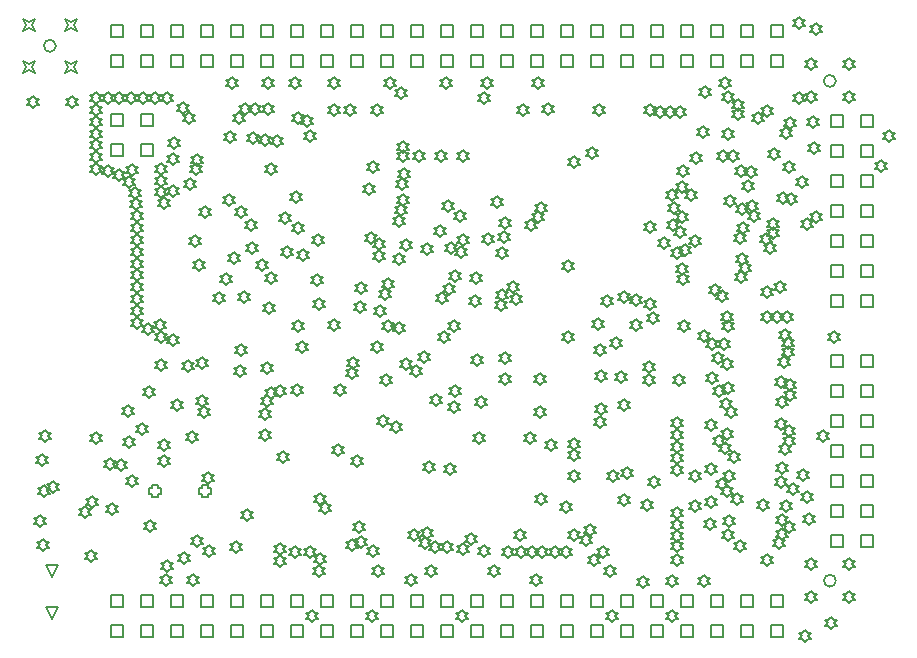
<source format=gbr>
%TF.GenerationSoftware,Altium Limited,Altium Designer,21.5.1 (32)*%
G04 Layer_Color=2752767*
%FSLAX45Y45*%
%MOMM*%
%TF.SameCoordinates,6D93875A-9943-4EB1-8E24-321CDD5DE8D5*%
%TF.FilePolarity,Positive*%
%TF.FileFunction,Drawing*%
%TF.Part,Single*%
G01*
G75*
%TA.AperFunction,NonConductor*%
%ADD243C,0.12700*%
%ADD244C,0.16933*%
D243*
X8077200Y2426000D02*
Y2527600D01*
X8178800D01*
Y2426000D01*
X8077200D01*
Y2172000D02*
Y2273600D01*
X8178800D01*
Y2172000D01*
X8077200D01*
Y1918000D02*
Y2019600D01*
X8178800D01*
Y1918000D01*
X8077200D01*
Y1664000D02*
Y1765600D01*
X8178800D01*
Y1664000D01*
X8077200D01*
Y1410000D02*
Y1511600D01*
X8178800D01*
Y1410000D01*
X8077200D01*
Y1156000D02*
Y1257600D01*
X8178800D01*
Y1156000D01*
X8077200D01*
Y902000D02*
Y1003600D01*
X8178800D01*
Y902000D01*
X8077200D01*
X8331200Y2426000D02*
Y2527600D01*
X8432800D01*
Y2426000D01*
X8331200D01*
Y2172000D02*
Y2273600D01*
X8432800D01*
Y2172000D01*
X8331200D01*
Y1918000D02*
Y2019600D01*
X8432800D01*
Y1918000D01*
X8331200D01*
Y1664000D02*
Y1765600D01*
X8432800D01*
Y1664000D01*
X8331200D01*
Y1410000D02*
Y1511600D01*
X8432800D01*
Y1410000D01*
X8331200D01*
Y1156000D02*
Y1257600D01*
X8432800D01*
Y1156000D01*
X8331200D01*
Y902000D02*
Y1003600D01*
X8432800D01*
Y902000D01*
X8331200D01*
X8077200Y4458000D02*
Y4559600D01*
X8178800D01*
Y4458000D01*
X8077200D01*
Y4204000D02*
Y4305600D01*
X8178800D01*
Y4204000D01*
X8077200D01*
Y3950000D02*
Y4051600D01*
X8178800D01*
Y3950000D01*
X8077200D01*
Y3696000D02*
Y3797600D01*
X8178800D01*
Y3696000D01*
X8077200D01*
Y3442000D02*
Y3543600D01*
X8178800D01*
Y3442000D01*
X8077200D01*
Y3188000D02*
Y3289600D01*
X8178800D01*
Y3188000D01*
X8077200D01*
Y2934000D02*
Y3035600D01*
X8178800D01*
Y2934000D01*
X8077200D01*
X8331200Y4458000D02*
Y4559600D01*
X8432800D01*
Y4458000D01*
X8331200D01*
Y4204000D02*
Y4305600D01*
X8432800D01*
Y4204000D01*
X8331200D01*
Y3950000D02*
Y4051600D01*
X8432800D01*
Y3950000D01*
X8331200D01*
Y3696000D02*
Y3797600D01*
X8432800D01*
Y3696000D01*
X8331200D01*
Y3442000D02*
Y3543600D01*
X8432800D01*
Y3442000D01*
X8331200D01*
Y3188000D02*
Y3289600D01*
X8432800D01*
Y3188000D01*
X8331200D01*
Y2934000D02*
Y3035600D01*
X8432800D01*
Y2934000D01*
X8331200D01*
X7569200Y393700D02*
Y495300D01*
X7670800D01*
Y393700D01*
X7569200D01*
X7315200D02*
Y495300D01*
X7416800D01*
Y393700D01*
X7315200D01*
X7061200D02*
Y495300D01*
X7162800D01*
Y393700D01*
X7061200D01*
X6807200D02*
Y495300D01*
X6908800D01*
Y393700D01*
X6807200D01*
X6553200D02*
Y495300D01*
X6654800D01*
Y393700D01*
X6553200D01*
X6299200D02*
Y495300D01*
X6400800D01*
Y393700D01*
X6299200D01*
X6045200D02*
Y495300D01*
X6146800D01*
Y393700D01*
X6045200D01*
X5791200D02*
Y495300D01*
X5892800D01*
Y393700D01*
X5791200D01*
X5537200D02*
Y495300D01*
X5638800D01*
Y393700D01*
X5537200D01*
X5283200D02*
Y495300D01*
X5384800D01*
Y393700D01*
X5283200D01*
X5029200D02*
Y495300D01*
X5130800D01*
Y393700D01*
X5029200D01*
X4775200D02*
Y495300D01*
X4876800D01*
Y393700D01*
X4775200D01*
X4521200D02*
Y495300D01*
X4622800D01*
Y393700D01*
X4521200D01*
X4267200D02*
Y495300D01*
X4368800D01*
Y393700D01*
X4267200D01*
X4013200D02*
Y495300D01*
X4114800D01*
Y393700D01*
X4013200D01*
X3759200D02*
Y495300D01*
X3860800D01*
Y393700D01*
X3759200D01*
X3505200D02*
Y495300D01*
X3606800D01*
Y393700D01*
X3505200D01*
X3251200D02*
Y495300D01*
X3352800D01*
Y393700D01*
X3251200D01*
X2997200D02*
Y495300D01*
X3098800D01*
Y393700D01*
X2997200D01*
X2743200D02*
Y495300D01*
X2844800D01*
Y393700D01*
X2743200D01*
X2489200D02*
Y495300D01*
X2590800D01*
Y393700D01*
X2489200D01*
X2235200D02*
Y495300D01*
X2336800D01*
Y393700D01*
X2235200D01*
X1981200D02*
Y495300D01*
X2082800D01*
Y393700D01*
X1981200D01*
X7569200Y139700D02*
Y241300D01*
X7670800D01*
Y139700D01*
X7569200D01*
X7315200D02*
Y241300D01*
X7416800D01*
Y139700D01*
X7315200D01*
X7061200D02*
Y241300D01*
X7162800D01*
Y139700D01*
X7061200D01*
X6807200D02*
Y241300D01*
X6908800D01*
Y139700D01*
X6807200D01*
X6553200D02*
Y241300D01*
X6654800D01*
Y139700D01*
X6553200D01*
X6299200D02*
Y241300D01*
X6400800D01*
Y139700D01*
X6299200D01*
X6045200D02*
Y241300D01*
X6146800D01*
Y139700D01*
X6045200D01*
X5791200D02*
Y241300D01*
X5892800D01*
Y139700D01*
X5791200D01*
X5537200D02*
Y241300D01*
X5638800D01*
Y139700D01*
X5537200D01*
X5283200D02*
Y241300D01*
X5384800D01*
Y139700D01*
X5283200D01*
X5029200D02*
Y241300D01*
X5130800D01*
Y139700D01*
X5029200D01*
X4775200D02*
Y241300D01*
X4876800D01*
Y139700D01*
X4775200D01*
X4521200D02*
Y241300D01*
X4622800D01*
Y139700D01*
X4521200D01*
X4267200D02*
Y241300D01*
X4368800D01*
Y139700D01*
X4267200D01*
X4013200D02*
Y241300D01*
X4114800D01*
Y139700D01*
X4013200D01*
X3759200D02*
Y241300D01*
X3860800D01*
Y139700D01*
X3759200D01*
X3505200D02*
Y241300D01*
X3606800D01*
Y139700D01*
X3505200D01*
X3251200D02*
Y241300D01*
X3352800D01*
Y139700D01*
X3251200D01*
X2997200D02*
Y241300D01*
X3098800D01*
Y139700D01*
X2997200D01*
X2743200D02*
Y241300D01*
X2844800D01*
Y139700D01*
X2743200D01*
X2489200D02*
Y241300D01*
X2590800D01*
Y139700D01*
X2489200D01*
X2235200D02*
Y241300D01*
X2336800D01*
Y139700D01*
X2235200D01*
X1981200D02*
Y241300D01*
X2082800D01*
Y139700D01*
X1981200D01*
X7569200Y5219700D02*
Y5321300D01*
X7670800D01*
Y5219700D01*
X7569200D01*
X7315200D02*
Y5321300D01*
X7416800D01*
Y5219700D01*
X7315200D01*
X7061200D02*
Y5321300D01*
X7162800D01*
Y5219700D01*
X7061200D01*
X6807200D02*
Y5321300D01*
X6908800D01*
Y5219700D01*
X6807200D01*
X6553200D02*
Y5321300D01*
X6654800D01*
Y5219700D01*
X6553200D01*
X6299200D02*
Y5321300D01*
X6400800D01*
Y5219700D01*
X6299200D01*
X6045200D02*
Y5321300D01*
X6146800D01*
Y5219700D01*
X6045200D01*
X5791200D02*
Y5321300D01*
X5892800D01*
Y5219700D01*
X5791200D01*
X5537200D02*
Y5321300D01*
X5638800D01*
Y5219700D01*
X5537200D01*
X5283200D02*
Y5321300D01*
X5384800D01*
Y5219700D01*
X5283200D01*
X5029200D02*
Y5321300D01*
X5130800D01*
Y5219700D01*
X5029200D01*
X4775200D02*
Y5321300D01*
X4876800D01*
Y5219700D01*
X4775200D01*
X4521200D02*
Y5321300D01*
X4622800D01*
Y5219700D01*
X4521200D01*
X4267200D02*
Y5321300D01*
X4368800D01*
Y5219700D01*
X4267200D01*
X4013200D02*
Y5321300D01*
X4114800D01*
Y5219700D01*
X4013200D01*
X3759200D02*
Y5321300D01*
X3860800D01*
Y5219700D01*
X3759200D01*
X3505200D02*
Y5321300D01*
X3606800D01*
Y5219700D01*
X3505200D01*
X3251200D02*
Y5321300D01*
X3352800D01*
Y5219700D01*
X3251200D01*
X2997200D02*
Y5321300D01*
X3098800D01*
Y5219700D01*
X2997200D01*
X2743200D02*
Y5321300D01*
X2844800D01*
Y5219700D01*
X2743200D01*
X2489200D02*
Y5321300D01*
X2590800D01*
Y5219700D01*
X2489200D01*
X2235200D02*
Y5321300D01*
X2336800D01*
Y5219700D01*
X2235200D01*
X1981200D02*
Y5321300D01*
X2082800D01*
Y5219700D01*
X1981200D01*
X7569200Y4965700D02*
Y5067300D01*
X7670800D01*
Y4965700D01*
X7569200D01*
X7315200D02*
Y5067300D01*
X7416800D01*
Y4965700D01*
X7315200D01*
X7061200D02*
Y5067300D01*
X7162800D01*
Y4965700D01*
X7061200D01*
X6807200D02*
Y5067300D01*
X6908800D01*
Y4965700D01*
X6807200D01*
X6553200D02*
Y5067300D01*
X6654800D01*
Y4965700D01*
X6553200D01*
X6299200D02*
Y5067300D01*
X6400800D01*
Y4965700D01*
X6299200D01*
X6045200D02*
Y5067300D01*
X6146800D01*
Y4965700D01*
X6045200D01*
X5791200D02*
Y5067300D01*
X5892800D01*
Y4965700D01*
X5791200D01*
X5537200D02*
Y5067300D01*
X5638800D01*
Y4965700D01*
X5537200D01*
X5283200D02*
Y5067300D01*
X5384800D01*
Y4965700D01*
X5283200D01*
X5029200D02*
Y5067300D01*
X5130800D01*
Y4965700D01*
X5029200D01*
X4775200D02*
Y5067300D01*
X4876800D01*
Y4965700D01*
X4775200D01*
X4521200D02*
Y5067300D01*
X4622800D01*
Y4965700D01*
X4521200D01*
X4267200D02*
Y5067300D01*
X4368800D01*
Y4965700D01*
X4267200D01*
X4013200D02*
Y5067300D01*
X4114800D01*
Y4965700D01*
X4013200D01*
X3759200D02*
Y5067300D01*
X3860800D01*
Y4965700D01*
X3759200D01*
X3505200D02*
Y5067300D01*
X3606800D01*
Y4965700D01*
X3505200D01*
X3251200D02*
Y5067300D01*
X3352800D01*
Y4965700D01*
X3251200D01*
X2997200D02*
Y5067300D01*
X3098800D01*
Y4965700D01*
X2997200D01*
X2743200D02*
Y5067300D01*
X2844800D01*
Y4965700D01*
X2743200D01*
X2489200D02*
Y5067300D01*
X2590800D01*
Y4965700D01*
X2489200D01*
X2235200D02*
Y5067300D01*
X2336800D01*
Y4965700D01*
X2235200D01*
X1981200D02*
Y5067300D01*
X2082800D01*
Y4965700D01*
X1981200D01*
Y4461600D02*
Y4563200D01*
X2082800D01*
Y4461600D01*
X1981200D01*
X2235200D02*
Y4563200D01*
X2336800D01*
Y4461600D01*
X2235200D01*
X1981200Y4207600D02*
Y4309200D01*
X2082800D01*
Y4207600D01*
X1981200D01*
X2235200D02*
Y4309200D01*
X2336800D01*
Y4207600D01*
X2235200D01*
X1480000Y294200D02*
X1429200Y395800D01*
X1530800D01*
X1480000Y294200D01*
Y644200D02*
X1429200Y745800D01*
X1530800D01*
X1480000Y644200D01*
X3540000Y809200D02*
X3565400Y834600D01*
X3590800D01*
X3565400Y860000D01*
X3590800Y885400D01*
X3565400D01*
X3540000Y910800D01*
X3514600Y885400D01*
X3489200D01*
X3514600Y860000D01*
X3489200Y834600D01*
X3514600D01*
X3540000Y809200D01*
X4019958Y869249D02*
X4045358Y894649D01*
X4070758D01*
X4045358Y920049D01*
X4070758Y945449D01*
X4045358D01*
X4019958Y970849D01*
X3994558Y945449D01*
X3969158D01*
X3994558Y920049D01*
X3969158Y894649D01*
X3994558D01*
X4019958Y869249D01*
X4080000Y1019200D02*
X4105400Y1044600D01*
X4130800D01*
X4105400Y1070000D01*
X4130800Y1095400D01*
X4105400D01*
X4080000Y1120800D01*
X4054600Y1095400D01*
X4029200D01*
X4054600Y1070000D01*
X4029200Y1044600D01*
X4054600D01*
X4080000Y1019200D01*
X4540000Y949200D02*
X4565400Y974600D01*
X4590800D01*
X4565400Y1000000D01*
X4590800Y1025400D01*
X4565400D01*
X4540000Y1050800D01*
X4514600Y1025400D01*
X4489200D01*
X4514600Y1000000D01*
X4489200Y974600D01*
X4514600D01*
X4540000Y949200D01*
X4091598Y895049D02*
X4116998Y920449D01*
X4142398D01*
X4116998Y945849D01*
X4142398Y971249D01*
X4116998D01*
X4091598Y996649D01*
X4066198Y971249D01*
X4040798D01*
X4066198Y945849D01*
X4040798Y920449D01*
X4066198D01*
X4091598Y895049D01*
X4199341Y818541D02*
X4224741Y843941D01*
X4250141D01*
X4224741Y869341D01*
X4250141Y894741D01*
X4224741D01*
X4199341Y920141D01*
X4173941Y894741D01*
X4148541D01*
X4173941Y869341D01*
X4148541Y843941D01*
X4173941D01*
X4199341Y818541D01*
X3750000Y749200D02*
X3775400Y774600D01*
X3800800D01*
X3775400Y800000D01*
X3800800Y825400D01*
X3775400D01*
X3750000Y850800D01*
X3724600Y825400D01*
X3699200D01*
X3724600Y800000D01*
X3699200Y774600D01*
X3724600D01*
X3750000Y749200D01*
X4717307Y848755D02*
X4742707Y874155D01*
X4768107D01*
X4742707Y899555D01*
X4768107Y924955D01*
X4742707D01*
X4717307Y950355D01*
X4691907Y924955D01*
X4666507D01*
X4691907Y899555D01*
X4666507Y874155D01*
X4691907D01*
X4717307Y848755D01*
X4888683Y3147219D02*
X4914083Y3172619D01*
X4939483D01*
X4914083Y3198019D01*
X4939483Y3223419D01*
X4914083D01*
X4888683Y3248819D01*
X4863283Y3223419D01*
X4837883D01*
X4863283Y3198019D01*
X4837883Y3172619D01*
X4863283D01*
X4888683Y3147219D01*
X4320000Y2719200D02*
X4345400Y2744600D01*
X4370800D01*
X4345400Y2770000D01*
X4370800Y2795400D01*
X4345400D01*
X4320000Y2820800D01*
X4294600Y2795400D01*
X4269200D01*
X4294600Y2770000D01*
X4269200Y2744600D01*
X4294600D01*
X4320000Y2719200D01*
X4780000Y2959200D02*
X4805400Y2984600D01*
X4830800D01*
X4805400Y3010000D01*
X4830800Y3035400D01*
X4805400D01*
X4780000Y3060800D01*
X4754600Y3035400D01*
X4729200D01*
X4754600Y3010000D01*
X4729200Y2984600D01*
X4754600D01*
X4780000Y2959200D01*
X6830000Y2719200D02*
X6855400Y2744600D01*
X6880800D01*
X6855400Y2770000D01*
X6880800Y2795400D01*
X6855400D01*
X6830000Y2820800D01*
X6804600Y2795400D01*
X6779200D01*
X6804600Y2770000D01*
X6779200Y2744600D01*
X6804600D01*
X6830000Y2719200D01*
X1380000Y1069200D02*
X1405400Y1094600D01*
X1430800D01*
X1405400Y1120000D01*
X1430800Y1145400D01*
X1405400D01*
X1380000Y1170800D01*
X1354600Y1145400D01*
X1329200D01*
X1354600Y1120000D01*
X1329200Y1094600D01*
X1354600D01*
X1380000Y1069200D01*
X1410000Y1319200D02*
X1435400Y1344600D01*
X1460800D01*
X1435400Y1370000D01*
X1460800Y1395400D01*
X1435400D01*
X1410000Y1420800D01*
X1384600Y1395400D01*
X1359200D01*
X1384600Y1370000D01*
X1359200Y1344600D01*
X1384600D01*
X1410000Y1319200D01*
X4415000Y2704200D02*
X4440400Y2729600D01*
X4465800D01*
X4440400Y2755000D01*
X4465800Y2780400D01*
X4440400D01*
X4415000Y2805800D01*
X4389600Y2780400D01*
X4364200D01*
X4389600Y2755000D01*
X4364200Y2729600D01*
X4389600D01*
X4415000Y2704200D01*
X6100000Y2739200D02*
X6125400Y2764600D01*
X6150800D01*
X6125400Y2790000D01*
X6150800Y2815400D01*
X6125400D01*
X6100000Y2840800D01*
X6074600Y2815400D01*
X6049200D01*
X6074600Y2790000D01*
X6049200Y2764600D01*
X6074600D01*
X6100000Y2739200D01*
X7889301Y1086894D02*
X7914701Y1112294D01*
X7940101D01*
X7914701Y1137694D01*
X7940101Y1163094D01*
X7914701D01*
X7889301Y1188494D01*
X7863901Y1163094D01*
X7838501D01*
X7863901Y1137694D01*
X7838501Y1112294D01*
X7863901D01*
X7889301Y1086894D01*
X7530000Y4539200D02*
X7555400Y4564600D01*
X7580800D01*
X7555400Y4590000D01*
X7580800Y4615400D01*
X7555400D01*
X7530000Y4640800D01*
X7504600Y4615400D01*
X7479200D01*
X7504600Y4590000D01*
X7479200Y4564600D01*
X7504600D01*
X7530000Y4539200D01*
X7248451Y4159432D02*
X7273851Y4184832D01*
X7299251D01*
X7273851Y4210232D01*
X7299251Y4235632D01*
X7273851D01*
X7248451Y4261032D01*
X7223051Y4235632D01*
X7197651D01*
X7223051Y4210232D01*
X7197651Y4184832D01*
X7223051D01*
X7248451Y4159432D01*
X3542445Y3809200D02*
X3567845Y3834600D01*
X3593245D01*
X3567845Y3860000D01*
X3593245Y3885400D01*
X3567845D01*
X3542445Y3910800D01*
X3517045Y3885400D01*
X3491645D01*
X3517045Y3860000D01*
X3491645Y3834600D01*
X3517045D01*
X3542445Y3809200D01*
X4177819Y3461530D02*
X4203219Y3486930D01*
X4228619D01*
X4203219Y3512330D01*
X4228619Y3537730D01*
X4203219D01*
X4177819Y3563130D01*
X4152419Y3537730D01*
X4127019D01*
X4152419Y3512330D01*
X4127019Y3486930D01*
X4152419D01*
X4177819Y3461530D01*
X4250504Y3410587D02*
X4275904Y3435987D01*
X4301304D01*
X4275904Y3461387D01*
X4301304Y3486787D01*
X4275904D01*
X4250504Y3512187D01*
X4225104Y3486787D01*
X4199704D01*
X4225104Y3461387D01*
X4199704Y3435987D01*
X4225104D01*
X4250504Y3410587D01*
X4450659Y3789859D02*
X4476059Y3815259D01*
X4501459D01*
X4476059Y3840659D01*
X4501459Y3866059D01*
X4476059D01*
X4450659Y3891459D01*
X4425259Y3866059D01*
X4399859D01*
X4425259Y3840659D01*
X4399859Y3815259D01*
X4425259D01*
X4450659Y3789859D01*
X4440000Y3919200D02*
X4465400Y3944600D01*
X4490800D01*
X4465400Y3970000D01*
X4490800Y3995400D01*
X4465400D01*
X4440000Y4020800D01*
X4414600Y3995400D01*
X4389200D01*
X4414600Y3970000D01*
X4389200Y3944600D01*
X4414600D01*
X4440000Y3919200D01*
X4460000Y4009200D02*
X4485400Y4034600D01*
X4510800D01*
X4485400Y4060000D01*
X4510800Y4085400D01*
X4485400D01*
X4460000Y4110800D01*
X4434600Y4085400D01*
X4409200D01*
X4434600Y4060000D01*
X4409200Y4034600D01*
X4434600D01*
X4460000Y4009200D01*
X4430000Y3699200D02*
X4455400Y3724600D01*
X4480800D01*
X4455400Y3750000D01*
X4480800Y3775400D01*
X4455400D01*
X4430000Y3800800D01*
X4404600Y3775400D01*
X4379200D01*
X4404600Y3750000D01*
X4379200Y3724600D01*
X4404600D01*
X4430000Y3699200D01*
X4959598Y3452368D02*
X4984998Y3477768D01*
X5010398D01*
X4984998Y3503168D01*
X5010398Y3528568D01*
X4984998D01*
X4959598Y3553968D01*
X4934198Y3528568D01*
X4908798D01*
X4934198Y3503168D01*
X4908798Y3477768D01*
X4934198D01*
X4959598Y3452368D01*
X4760167Y3527474D02*
X4785567Y3552874D01*
X4810967D01*
X4785567Y3578274D01*
X4810967Y3603674D01*
X4785567D01*
X4760167Y3629074D01*
X4734767Y3603674D01*
X4709367D01*
X4734767Y3578274D01*
X4709367Y3552874D01*
X4734767D01*
X4760167Y3527474D01*
X4857748Y3381921D02*
X4883148Y3407321D01*
X4908548D01*
X4883148Y3432721D01*
X4908548Y3458121D01*
X4883148D01*
X4857748Y3483521D01*
X4832348Y3458121D01*
X4806948D01*
X4832348Y3432721D01*
X4806948Y3407321D01*
X4832348D01*
X4857748Y3381921D01*
X4940000Y3349200D02*
X4965400Y3374600D01*
X4990800D01*
X4965400Y3400000D01*
X4990800Y3425400D01*
X4965400D01*
X4940000Y3450800D01*
X4914600Y3425400D01*
X4889200D01*
X4914600Y3400000D01*
X4889200Y3374600D01*
X4914600D01*
X4940000Y3349200D01*
X4936183Y3653017D02*
X4961583Y3678417D01*
X4986983D01*
X4961583Y3703817D01*
X4986983Y3729217D01*
X4961583D01*
X4936183Y3754617D01*
X4910783Y3729217D01*
X4885383D01*
X4910783Y3703817D01*
X4885383Y3678417D01*
X4910783D01*
X4936183Y3653017D01*
X7528431Y740768D02*
X7553831Y766168D01*
X7579231D01*
X7553831Y791568D01*
X7579231Y816968D01*
X7553831D01*
X7528431Y842368D01*
X7503031Y816968D01*
X7477631D01*
X7503031Y791568D01*
X7477631Y766168D01*
X7503031D01*
X7528431Y740768D01*
X7060000Y1509200D02*
X7085400Y1534600D01*
X7110800D01*
X7085400Y1560000D01*
X7110800Y1585400D01*
X7085400D01*
X7060000Y1610800D01*
X7034600Y1585400D01*
X7009200D01*
X7034600Y1560000D01*
X7009200Y1534600D01*
X7034600D01*
X7060000Y1509200D01*
Y1879200D02*
X7085400Y1904600D01*
X7110800D01*
X7085400Y1930000D01*
X7110800Y1955400D01*
X7085400D01*
X7060000Y1980800D01*
X7034600Y1955400D01*
X7009200D01*
X7034600Y1930000D01*
X7009200Y1904600D01*
X7034600D01*
X7060000Y1879200D01*
X4253595Y2844853D02*
X4278995Y2870253D01*
X4304395D01*
X4278995Y2895653D01*
X4304395Y2921053D01*
X4278995D01*
X4253595Y2946453D01*
X4228195Y2921053D01*
X4202795D01*
X4228195Y2895653D01*
X4202795Y2870253D01*
X4228195D01*
X4253595Y2844853D01*
X4090098Y2877785D02*
X4115498Y2903185D01*
X4140898D01*
X4115498Y2928585D01*
X4140898Y2953985D01*
X4115498D01*
X4090098Y2979385D01*
X4064699Y2953985D01*
X4039298D01*
X4064699Y2928585D01*
X4039298Y2903185D01*
X4064699D01*
X4090098Y2877785D01*
X2750000Y2409200D02*
X2775400Y2434600D01*
X2800800D01*
X2775400Y2460000D01*
X2800800Y2485400D01*
X2775400D01*
X2750000Y2510800D01*
X2724600Y2485400D01*
X2699200D01*
X2724600Y2460000D01*
X2699200Y2434600D01*
X2724600D01*
X2750000Y2409200D01*
X3438702Y1609222D02*
X3464102Y1634622D01*
X3489502D01*
X3464102Y1660022D01*
X3489502Y1685422D01*
X3464102D01*
X3438702Y1710822D01*
X3413302Y1685422D01*
X3387902D01*
X3413302Y1660022D01*
X3387902Y1634622D01*
X3413302D01*
X3438702Y1609222D01*
X4300000Y2989200D02*
X4325400Y3014600D01*
X4350800D01*
X4325400Y3040000D01*
X4350800Y3065400D01*
X4325400D01*
X4300000Y3090800D01*
X4274600Y3065400D01*
X4249200D01*
X4274600Y3040000D01*
X4249200Y3014600D01*
X4274600D01*
X4300000Y2989200D01*
X5070000Y3129200D02*
X5095400Y3154600D01*
X5120800D01*
X5095400Y3180000D01*
X5120800Y3205400D01*
X5095400D01*
X5070000Y3230800D01*
X5044600Y3205400D01*
X5019200D01*
X5044600Y3180000D01*
X5019200Y3154600D01*
X5044600D01*
X5070000Y3129200D01*
X6530000Y2259200D02*
X6555400Y2284600D01*
X6580800D01*
X6555400Y2310000D01*
X6580800Y2335400D01*
X6555400D01*
X6530000Y2360800D01*
X6504600Y2335400D01*
X6479200D01*
X6504600Y2310000D01*
X6479200Y2284600D01*
X6504600D01*
X6530000Y2259200D01*
X6320000Y2049200D02*
X6345400Y2074600D01*
X6370800D01*
X6345400Y2100000D01*
X6370800Y2125400D01*
X6345400D01*
X6320000Y2150800D01*
X6294600Y2125400D01*
X6269200D01*
X6294600Y2100000D01*
X6269200Y2074600D01*
X6294600D01*
X6320000Y2049200D01*
X3021664Y3298645D02*
X3047064Y3324045D01*
X3072464D01*
X3047064Y3349445D01*
X3072464Y3374845D01*
X3047064D01*
X3021664Y3400245D01*
X2996264Y3374845D01*
X2970864D01*
X2996264Y3349445D01*
X2970864Y3324045D01*
X2996264D01*
X3021664Y3298645D01*
X4200000Y4069200D02*
X4225400Y4094600D01*
X4250800D01*
X4225400Y4120000D01*
X4250800Y4145400D01*
X4225400D01*
X4200000Y4170800D01*
X4174600Y4145400D01*
X4149200D01*
X4174600Y4120000D01*
X4149200Y4094600D01*
X4174600D01*
X4200000Y4069200D01*
X7582500Y3587631D02*
X7607900Y3613031D01*
X7633300D01*
X7607900Y3638431D01*
X7633300Y3663831D01*
X7607900D01*
X7582500Y3689231D01*
X7557100Y3663831D01*
X7531700D01*
X7557100Y3638431D01*
X7531700Y3613031D01*
X7557100D01*
X7582500Y3587631D01*
Y3509200D02*
X7607900Y3534600D01*
X7633300D01*
X7607900Y3560000D01*
X7633300Y3585400D01*
X7607900D01*
X7582500Y3610800D01*
X7557100Y3585400D01*
X7531700D01*
X7557100Y3560000D01*
X7531700Y3534600D01*
X7557100D01*
X7582500Y3509200D01*
X7640000Y3049200D02*
X7665400Y3074600D01*
X7690800D01*
X7665400Y3100000D01*
X7690800Y3125400D01*
X7665400D01*
X7640000Y3150800D01*
X7614600Y3125400D01*
X7589200D01*
X7614600Y3100000D01*
X7589200Y3074600D01*
X7614600D01*
X7640000Y3049200D01*
X7194602Y1807011D02*
X7220002Y1832411D01*
X7245402D01*
X7220002Y1857811D01*
X7245402Y1883211D01*
X7220002D01*
X7194602Y1908611D01*
X7169202Y1883211D01*
X7143802D01*
X7169202Y1857811D01*
X7143802Y1832411D01*
X7169202D01*
X7194602Y1807011D01*
X7130000Y1749200D02*
X7155400Y1774600D01*
X7180800D01*
X7155400Y1800000D01*
X7180800Y1825400D01*
X7155400D01*
X7130000Y1850800D01*
X7104600Y1825400D01*
X7079200D01*
X7104600Y1800000D01*
X7079200Y1774600D01*
X7104600D01*
X7130000Y1749200D01*
X7180000Y1689200D02*
X7205400Y1714600D01*
X7230800D01*
X7205400Y1740000D01*
X7230800Y1765400D01*
X7205400D01*
X7180000Y1790800D01*
X7154600Y1765400D01*
X7129200D01*
X7154600Y1740000D01*
X7129200Y1714600D01*
X7154600D01*
X7180000Y1689200D01*
X5340000Y809200D02*
X5365400Y834600D01*
X5390800D01*
X5365400Y860000D01*
X5390800Y885400D01*
X5365400D01*
X5340000Y910800D01*
X5314600Y885400D01*
X5289200D01*
X5314600Y860000D01*
X5289200Y834600D01*
X5314600D01*
X5340000Y809200D01*
X4960000Y829200D02*
X4985400Y854600D01*
X5010800D01*
X4985400Y880000D01*
X5010800Y905400D01*
X4985400D01*
X4960000Y930800D01*
X4934600Y905400D01*
X4909200D01*
X4934600Y880000D01*
X4909200Y854600D01*
X4934600D01*
X4960000Y829200D01*
X4060000Y1579200D02*
X4085400Y1604600D01*
X4110800D01*
X4085400Y1630000D01*
X4110800Y1655400D01*
X4085400D01*
X4060000Y1680800D01*
X4034600Y1655400D01*
X4009200D01*
X4034600Y1630000D01*
X4009200Y1604600D01*
X4034600D01*
X4060000Y1579200D01*
X2295020Y2696732D02*
X2320420Y2722132D01*
X2345820D01*
X2320420Y2747532D01*
X2345820Y2772932D01*
X2320420D01*
X2295020Y2798332D01*
X2269620Y2772932D01*
X2244220D01*
X2269620Y2747532D01*
X2244220Y2722132D01*
X2269620D01*
X2295020Y2696732D01*
X2400000Y2629200D02*
X2425400Y2654600D01*
X2450800D01*
X2425400Y2680000D01*
X2450800Y2705400D01*
X2425400D01*
X2400000Y2730800D01*
X2374600Y2705400D01*
X2349200D01*
X2374600Y2680000D01*
X2349200Y2654600D01*
X2374600D01*
X2400000Y2629200D01*
X2390000Y2729200D02*
X2415400Y2754600D01*
X2440800D01*
X2415400Y2780000D01*
X2440800Y2805400D01*
X2415400D01*
X2390000Y2830800D01*
X2364600Y2805400D01*
X2339200D01*
X2364600Y2780000D01*
X2339200Y2754600D01*
X2364600D01*
X2390000Y2729200D01*
X3470000Y3349200D02*
X3495400Y3374600D01*
X3520800D01*
X3495400Y3400000D01*
X3520800Y3425400D01*
X3495400D01*
X3470000Y3450800D01*
X3444600Y3425400D01*
X3419200D01*
X3444600Y3400000D01*
X3419200Y3374600D01*
X3444600D01*
X3470000Y3349200D01*
X3110000Y4559200D02*
X3135400Y4584600D01*
X3160800D01*
X3135400Y4610000D01*
X3160800Y4635400D01*
X3135400D01*
X3110000Y4660800D01*
X3084600Y4635400D01*
X3059200D01*
X3084600Y4610000D01*
X3059200Y4584600D01*
X3084600D01*
X3110000Y4559200D01*
X5680000D02*
X5705400Y4584600D01*
X5730800D01*
X5705400Y4610000D01*
X5730800Y4635400D01*
X5705400D01*
X5680000Y4660800D01*
X5654600Y4635400D01*
X5629200D01*
X5654600Y4610000D01*
X5629200Y4584600D01*
X5654600D01*
X5680000Y4559200D01*
X5900000Y4109200D02*
X5925400Y4134600D01*
X5950800D01*
X5925400Y4160000D01*
X5950800Y4185400D01*
X5925400D01*
X5900000Y4210800D01*
X5874600Y4185400D01*
X5849200D01*
X5874600Y4160000D01*
X5849200Y4134600D01*
X5874600D01*
X5900000Y4109200D01*
X2160000Y1409200D02*
X2185400Y1434600D01*
X2210800D01*
X2185400Y1460000D01*
X2210800Y1485400D01*
X2185400D01*
X2160000Y1510800D01*
X2134600Y1485400D01*
X2109200D01*
X2134600Y1460000D01*
X2109200Y1434600D01*
X2134600D01*
X2160000Y1409200D01*
X2800000Y1429200D02*
X2825400Y1454600D01*
X2850800D01*
X2825400Y1480000D01*
X2850800Y1505400D01*
X2825400D01*
X2800000Y1530800D01*
X2774600Y1505400D01*
X2749200D01*
X2774600Y1480000D01*
X2749200Y1454600D01*
X2774600D01*
X2800000Y1429200D01*
X7200000Y4659200D02*
X7225400Y4684600D01*
X7250800D01*
X7225400Y4710000D01*
X7250800Y4735400D01*
X7225400D01*
X7200000Y4760800D01*
X7174600Y4735400D01*
X7149200D01*
X7174600Y4710000D01*
X7149200Y4684600D01*
X7174600D01*
X7200000Y4659200D01*
Y4349200D02*
X7225400Y4374600D01*
X7250800D01*
X7225400Y4400000D01*
X7250800Y4425400D01*
X7225400D01*
X7200000Y4450800D01*
X7174600Y4425400D01*
X7149200D01*
X7174600Y4400000D01*
X7149200Y4374600D01*
X7174600D01*
X7200000Y4349200D01*
X6992073Y4366946D02*
X7017473Y4392346D01*
X7042873D01*
X7017473Y4417746D01*
X7042873Y4443146D01*
X7017473D01*
X6992073Y4468546D01*
X6966673Y4443146D01*
X6941273D01*
X6966673Y4417746D01*
X6941273Y4392346D01*
X6966673D01*
X6992073Y4366946D01*
X7160000Y4159200D02*
X7185400Y4184600D01*
X7210800D01*
X7185400Y4210000D01*
X7210800Y4235400D01*
X7185400D01*
X7160000Y4260800D01*
X7134600Y4235400D01*
X7109200D01*
X7134600Y4210000D01*
X7109200Y4184600D01*
X7134600D01*
X7160000Y4159200D01*
X6930000Y4139200D02*
X6955400Y4164600D01*
X6980800D01*
X6955400Y4190000D01*
X6980800Y4215400D01*
X6955400D01*
X6930000Y4240800D01*
X6904600Y4215400D01*
X6879200D01*
X6904600Y4190000D01*
X6879200Y4164600D01*
X6904600D01*
X6930000Y4139200D01*
X7290000Y4519200D02*
X7315400Y4544600D01*
X7340800D01*
X7315400Y4570000D01*
X7340800Y4595400D01*
X7315400D01*
X7290000Y4620800D01*
X7264600Y4595400D01*
X7239200D01*
X7264600Y4570000D01*
X7239200Y4544600D01*
X7264600D01*
X7290000Y4519200D01*
Y4594200D02*
X7315400Y4619600D01*
X7340800D01*
X7315400Y4645000D01*
X7340800Y4670400D01*
X7315400D01*
X7290000Y4695800D01*
X7264600Y4670400D01*
X7239200D01*
X7264600Y4645000D01*
X7239200Y4619600D01*
X7264600D01*
X7290000Y4594200D01*
X7180000Y4779200D02*
X7205400Y4804600D01*
X7230800D01*
X7205400Y4830000D01*
X7230800Y4855400D01*
X7205400D01*
X7180000Y4880800D01*
X7154600Y4855400D01*
X7129200D01*
X7154600Y4830000D01*
X7129200Y4804600D01*
X7154600D01*
X7180000Y4779200D01*
X7680000Y2411700D02*
X7705400Y2437100D01*
X7730800D01*
X7705400Y2462500D01*
X7730800Y2487900D01*
X7705400D01*
X7680000Y2513300D01*
X7654600Y2487900D01*
X7629200D01*
X7654600Y2462500D01*
X7629200Y2437100D01*
X7654600D01*
X7680000Y2411700D01*
X6824877Y4034605D02*
X6850277Y4060005D01*
X6875677D01*
X6850277Y4085405D01*
X6875677Y4110805D01*
X6850277D01*
X6824877Y4136205D01*
X6799477Y4110805D01*
X6774077D01*
X6799477Y4085405D01*
X6774077Y4060005D01*
X6799477D01*
X6824877Y4034605D01*
X7310000Y3139200D02*
X7335400Y3164600D01*
X7360800D01*
X7335400Y3190000D01*
X7360800Y3215400D01*
X7335400D01*
X7310000Y3240800D01*
X7284600Y3215400D01*
X7259200D01*
X7284600Y3190000D01*
X7259200Y3164600D01*
X7284600D01*
X7310000Y3139200D01*
X7664046Y3806678D02*
X7689446Y3832078D01*
X7714846D01*
X7689446Y3857478D01*
X7714846Y3882878D01*
X7689446D01*
X7664046Y3908278D01*
X7638646Y3882878D01*
X7613246D01*
X7638646Y3857478D01*
X7613246Y3832078D01*
X7638646D01*
X7664046Y3806678D01*
X7423248Y3649272D02*
X7448648Y3674672D01*
X7474048D01*
X7448648Y3700072D01*
X7474048Y3725472D01*
X7448648D01*
X7423248Y3750872D01*
X7397848Y3725472D01*
X7372448D01*
X7397848Y3700072D01*
X7372448Y3674672D01*
X7397848D01*
X7423248Y3649272D01*
X7220000Y3779200D02*
X7245400Y3804600D01*
X7270800D01*
X7245400Y3830000D01*
X7270800Y3855400D01*
X7245400D01*
X7220000Y3880800D01*
X7194600Y3855400D01*
X7169200D01*
X7194600Y3830000D01*
X7169200Y3804600D01*
X7194600D01*
X7220000Y3779200D01*
X7368934Y3904200D02*
X7394334Y3929600D01*
X7419734D01*
X7394334Y3955000D01*
X7419734Y3980400D01*
X7394334D01*
X7368934Y4005800D01*
X7343534Y3980400D01*
X7318134D01*
X7343534Y3955000D01*
X7318134Y3929600D01*
X7343534D01*
X7368934Y3904200D01*
X7321460Y3709200D02*
X7346860Y3734600D01*
X7372260D01*
X7346860Y3760000D01*
X7372260Y3785400D01*
X7346860D01*
X7321460Y3810800D01*
X7296060Y3785400D01*
X7270660D01*
X7296060Y3760000D01*
X7270660Y3734600D01*
X7296060D01*
X7321460Y3709200D01*
X7409294Y3738433D02*
X7434694Y3763833D01*
X7460094D01*
X7434694Y3789233D01*
X7460094Y3814633D01*
X7434694D01*
X7409294Y3840033D01*
X7383894Y3814633D01*
X7358494D01*
X7383894Y3789233D01*
X7358494Y3763833D01*
X7383894D01*
X7409294Y3738433D01*
X7090000Y3029200D02*
X7115400Y3054600D01*
X7140800D01*
X7115400Y3080000D01*
X7140800Y3105400D01*
X7115400D01*
X7090000Y3130800D01*
X7064600Y3105400D01*
X7039200D01*
X7064600Y3080000D01*
X7039200Y3054600D01*
X7064600D01*
X7090000Y3029200D01*
X7320000Y3290632D02*
X7345400Y3316032D01*
X7370800D01*
X7345400Y3341432D01*
X7370800Y3366832D01*
X7345400D01*
X7320000Y3392232D01*
X7294600Y3366832D01*
X7269200D01*
X7294600Y3341432D01*
X7269200Y3316032D01*
X7294600D01*
X7320000Y3290632D01*
X6839381Y3367682D02*
X6864781Y3393082D01*
X6890181D01*
X6864781Y3418482D01*
X6890181Y3443882D01*
X6864781D01*
X6839381Y3469282D01*
X6813981Y3443882D01*
X6788581D01*
X6813981Y3418482D01*
X6788581Y3393082D01*
X6813981D01*
X6839381Y3367682D01*
X6770000Y3339200D02*
X6795400Y3364600D01*
X6820800D01*
X6795400Y3390000D01*
X6820800Y3415400D01*
X6795400D01*
X6770000Y3440800D01*
X6744600Y3415400D01*
X6719200D01*
X6744600Y3390000D01*
X6719200Y3364600D01*
X6744600D01*
X6770000Y3339200D01*
X6810000Y3199200D02*
X6835400Y3224600D01*
X6860800D01*
X6835400Y3250000D01*
X6860800Y3275400D01*
X6835400D01*
X6810000Y3300800D01*
X6784600Y3275400D01*
X6759200D01*
X6784600Y3250000D01*
X6759200Y3224600D01*
X6784600D01*
X6810000Y3199200D01*
X7300000Y3469200D02*
X7325400Y3494600D01*
X7350800D01*
X7325400Y3520000D01*
X7350800Y3545400D01*
X7325400D01*
X7300000Y3570800D01*
X7274600Y3545400D01*
X7249200D01*
X7274600Y3520000D01*
X7249200Y3494600D01*
X7274600D01*
X7300000Y3469200D01*
X7329038Y3548238D02*
X7354438Y3573638D01*
X7379838D01*
X7354438Y3599038D01*
X7379838Y3624438D01*
X7354438D01*
X7329038Y3649838D01*
X7303638Y3624438D01*
X7278238D01*
X7303638Y3599038D01*
X7278238Y3573638D01*
X7303638D01*
X7329038Y3548238D01*
X6920000Y3439200D02*
X6945400Y3464600D01*
X6970800D01*
X6945400Y3490000D01*
X6970800Y3515400D01*
X6945400D01*
X6920000Y3540800D01*
X6894600Y3515400D01*
X6869200D01*
X6894600Y3490000D01*
X6869200Y3464600D01*
X6894600D01*
X6920000Y3439200D01*
X7393527Y4020663D02*
X7418927Y4046063D01*
X7444327D01*
X7418927Y4071463D01*
X7444327Y4096863D01*
X7418927D01*
X7393527Y4122263D01*
X7368127Y4096863D01*
X7342727D01*
X7368127Y4071463D01*
X7342727Y4046063D01*
X7368127D01*
X7393527Y4020663D01*
X6893029Y3832748D02*
X6918429Y3858148D01*
X6943829D01*
X6918429Y3883548D01*
X6943829Y3908948D01*
X6918429D01*
X6893029Y3934348D01*
X6867629Y3908948D01*
X6842229D01*
X6867629Y3883548D01*
X6842229Y3858148D01*
X6867629D01*
X6893029Y3832748D01*
X6795832Y3514990D02*
X6821232Y3540390D01*
X6846632D01*
X6821232Y3565790D01*
X6846632Y3591190D01*
X6821232D01*
X6795832Y3616590D01*
X6770432Y3591190D01*
X6745032D01*
X6770432Y3565790D01*
X6745032Y3540390D01*
X6770432D01*
X6795832Y3514990D01*
X6810000Y3639200D02*
X6835400Y3664600D01*
X6860800D01*
X6835400Y3690000D01*
X6860800Y3715400D01*
X6835400D01*
X6810000Y3740800D01*
X6784600Y3715400D01*
X6759200D01*
X6784600Y3690000D01*
X6759200Y3664600D01*
X6784600D01*
X6810000Y3639200D01*
X7309341Y4030567D02*
X7334741Y4055967D01*
X7360141D01*
X7334741Y4081367D01*
X7360141Y4106767D01*
X7334741D01*
X7309341Y4132167D01*
X7283941Y4106767D01*
X7258541D01*
X7283941Y4081367D01*
X7258541Y4055967D01*
X7283941D01*
X7309341Y4030567D01*
X6710000Y4529200D02*
X6735400Y4554600D01*
X6760800D01*
X6735400Y4580000D01*
X6760800Y4605400D01*
X6735400D01*
X6710000Y4630800D01*
X6684600Y4605400D01*
X6659200D01*
X6684600Y4580000D01*
X6659200Y4554600D01*
X6684600D01*
X6710000Y4529200D01*
X6628683Y4530517D02*
X6654083Y4555917D01*
X6679483D01*
X6654083Y4581317D01*
X6679483Y4606717D01*
X6654083D01*
X6628683Y4632117D01*
X6603283Y4606717D01*
X6577883D01*
X6603283Y4581317D01*
X6577883Y4555917D01*
X6603283D01*
X6628683Y4530517D01*
X6792892Y4530297D02*
X6818292Y4555697D01*
X6843692D01*
X6818292Y4581097D01*
X6843692Y4606497D01*
X6818292D01*
X6792892Y4631897D01*
X6767492Y4606497D01*
X6742092D01*
X6767492Y4581097D01*
X6742092Y4555697D01*
X6767492D01*
X6792892Y4530297D01*
X4230000Y4551700D02*
X4255400Y4577100D01*
X4280800D01*
X4255400Y4602500D01*
X4280800Y4627900D01*
X4255400D01*
X4230000Y4653300D01*
X4204600Y4627900D01*
X4179200D01*
X4204600Y4602500D01*
X4179200Y4577100D01*
X4204600D01*
X4230000Y4551700D01*
X6110659Y4549859D02*
X6136059Y4575259D01*
X6161459D01*
X6136059Y4600659D01*
X6161459Y4626059D01*
X6136059D01*
X6110659Y4651459D01*
X6085259Y4626059D01*
X6059859D01*
X6085259Y4600659D01*
X6059859Y4575259D01*
X6085259D01*
X6110659Y4549859D01*
X5470000Y4549200D02*
X5495400Y4574600D01*
X5520800D01*
X5495400Y4600000D01*
X5520800Y4625400D01*
X5495400D01*
X5470000Y4650800D01*
X5444600Y4625400D01*
X5419200D01*
X5444600Y4600000D01*
X5419200Y4574600D01*
X5444600D01*
X5470000Y4549200D01*
X4000000Y4551700D02*
X4025400Y4577100D01*
X4050800D01*
X4025400Y4602500D01*
X4050800Y4627900D01*
X4025400D01*
X4000000Y4653300D01*
X3974600Y4627900D01*
X3949200D01*
X3974600Y4602500D01*
X3949200Y4577100D01*
X3974600D01*
X4000000Y4551700D01*
X6540012D02*
X6565412Y4577100D01*
X6590812D01*
X6565412Y4602500D01*
X6590812Y4627900D01*
X6565412D01*
X6540012Y4653300D01*
X6514612Y4627900D01*
X6489212D01*
X6514612Y4602500D01*
X6489212Y4577100D01*
X6514612D01*
X6540012Y4551700D01*
X7738396Y3796823D02*
X7763796Y3822223D01*
X7789196D01*
X7763796Y3847623D01*
X7789196Y3873023D01*
X7763796D01*
X7738396Y3898423D01*
X7712996Y3873023D01*
X7687596D01*
X7712996Y3847623D01*
X7687596Y3822223D01*
X7712996D01*
X7738396Y3796823D01*
X5594489Y3644711D02*
X5619889Y3670111D01*
X5645289D01*
X5619889Y3695511D01*
X5645289Y3720911D01*
X5619889D01*
X5594489Y3746311D01*
X5569089Y3720911D01*
X5543689D01*
X5569089Y3695511D01*
X5543689Y3670111D01*
X5569089D01*
X5594489Y3644711D01*
X5534110Y3572415D02*
X5559510Y3597815D01*
X5584910D01*
X5559510Y3623215D01*
X5584910Y3648615D01*
X5559510D01*
X5534110Y3674015D01*
X5508710Y3648615D01*
X5483310D01*
X5508710Y3623215D01*
X5483310Y3597815D01*
X5508710D01*
X5534110Y3572415D01*
X5620000Y3719200D02*
X5645400Y3744600D01*
X5670800D01*
X5645400Y3770000D01*
X5670800Y3795400D01*
X5645400D01*
X5620000Y3820800D01*
X5594600Y3795400D01*
X5569200D01*
X5594600Y3770000D01*
X5569200Y3744600D01*
X5594600D01*
X5620000Y3719200D01*
X5380000Y3049200D02*
X5405400Y3074600D01*
X5430800D01*
X5405400Y3100000D01*
X5430800Y3125400D01*
X5405400D01*
X5380000Y3150800D01*
X5354600Y3125400D01*
X5329200D01*
X5354600Y3100000D01*
X5329200Y3074600D01*
X5354600D01*
X5380000Y3049200D01*
X8224500Y704200D02*
X8249900Y729600D01*
X8275300D01*
X8249900Y755000D01*
X8275300Y780400D01*
X8249900D01*
X8224500Y805800D01*
X8199100Y780400D01*
X8173700D01*
X8199100Y755000D01*
X8173700Y729600D01*
X8199100D01*
X8224500Y704200D01*
Y424200D02*
X8249900Y449600D01*
X8275300D01*
X8249900Y475000D01*
X8275300Y500400D01*
X8249900D01*
X8224500Y525800D01*
X8199100Y500400D01*
X8173700D01*
X8199100Y475000D01*
X8173700Y449600D01*
X8199100D01*
X8224500Y424200D01*
X7904500D02*
X7929900Y449600D01*
X7955300D01*
X7929900Y475000D01*
X7955300Y500400D01*
X7929900D01*
X7904500Y525800D01*
X7879100Y500400D01*
X7853700D01*
X7879100Y475000D01*
X7853700Y449600D01*
X7879100D01*
X7904500Y424200D01*
Y704200D02*
X7929900Y729600D01*
X7955300D01*
X7929900Y755000D01*
X7955300Y780400D01*
X7929900D01*
X7904500Y805800D01*
X7879100Y780400D01*
X7853700D01*
X7879100Y755000D01*
X7853700Y729600D01*
X7879100D01*
X7904500Y704200D01*
X8224500Y4935200D02*
X8249900Y4960600D01*
X8275300D01*
X8249900Y4986000D01*
X8275300Y5011400D01*
X8249900D01*
X8224500Y5036800D01*
X8199100Y5011400D01*
X8173700D01*
X8199100Y4986000D01*
X8173700Y4960600D01*
X8199100D01*
X8224500Y4935200D01*
Y4655200D02*
X8249900Y4680600D01*
X8275300D01*
X8249900Y4706000D01*
X8275300Y4731400D01*
X8249900D01*
X8224500Y4756800D01*
X8199100Y4731400D01*
X8173700D01*
X8199100Y4706000D01*
X8173700Y4680600D01*
X8199100D01*
X8224500Y4655200D01*
X7904500D02*
X7929900Y4680600D01*
X7955300D01*
X7929900Y4706000D01*
X7955300Y4731400D01*
X7929900D01*
X7904500Y4756800D01*
X7879100Y4731400D01*
X7853700D01*
X7879100Y4706000D01*
X7853700Y4680600D01*
X7879100D01*
X7904500Y4655200D01*
Y4935200D02*
X7929900Y4960600D01*
X7955300D01*
X7929900Y4986000D01*
X7955300Y5011400D01*
X7929900D01*
X7904500Y5036800D01*
X7879100Y5011400D01*
X7853700D01*
X7879100Y4986000D01*
X7853700Y4960600D01*
X7879100D01*
X7904500Y4935200D01*
X1589684Y5272700D02*
X1615084Y5323500D01*
X1589684Y5374300D01*
X1640484Y5348900D01*
X1691284Y5374300D01*
X1665884Y5323500D01*
X1691284Y5272700D01*
X1640484Y5298100D01*
X1589684Y5272700D01*
X1590188Y4912700D02*
X1615588Y4963500D01*
X1590188Y5014300D01*
X1640988Y4988900D01*
X1691788Y5014300D01*
X1666388Y4963500D01*
X1691788Y4912700D01*
X1640988Y4938100D01*
X1590188Y4912700D01*
X1229700D02*
X1255100Y4963500D01*
X1229700Y5014300D01*
X1280500Y4988900D01*
X1331300Y5014300D01*
X1305900Y4963500D01*
X1331300Y4912700D01*
X1280500Y4938100D01*
X1229700Y4912700D01*
Y5272700D02*
X1255100Y5323500D01*
X1229700Y5374300D01*
X1280500Y5348900D01*
X1331300Y5374300D01*
X1305900Y5323500D01*
X1331300Y5272700D01*
X1280500Y5298100D01*
X1229700Y5272700D01*
X7458486Y4479003D02*
X7483886Y4504403D01*
X7509286D01*
X7483886Y4529803D01*
X7509286Y4555203D01*
X7483886D01*
X7458486Y4580603D01*
X7433086Y4555203D01*
X7407686D01*
X7433086Y4529803D01*
X7407686Y4504403D01*
X7433086D01*
X7458486Y4479003D01*
X7800000Y4649200D02*
X7825400Y4674600D01*
X7850800D01*
X7825400Y4700000D01*
X7850800Y4725400D01*
X7825400D01*
X7800000Y4750800D01*
X7774600Y4725400D01*
X7749200D01*
X7774600Y4700000D01*
X7749200Y4674600D01*
X7774600D01*
X7800000Y4649200D01*
X7010000Y4699200D02*
X7035400Y4724600D01*
X7060800D01*
X7035400Y4750000D01*
X7060800Y4775400D01*
X7035400D01*
X7010000Y4800800D01*
X6984600Y4775400D01*
X6959200D01*
X6984600Y4750000D01*
X6959200Y4724600D01*
X6984600D01*
X7010000Y4699200D01*
X7152459Y2972977D02*
X7177859Y2998377D01*
X7203259D01*
X7177859Y3023777D01*
X7203259Y3049177D01*
X7177859D01*
X7152459Y3074577D01*
X7127059Y3049177D01*
X7101659D01*
X7127059Y3023777D01*
X7101659Y2998377D01*
X7127059D01*
X7152459Y2972977D01*
X7190000Y2799200D02*
X7215400Y2824600D01*
X7240800D01*
X7215400Y2850000D01*
X7240800Y2875400D01*
X7215400D01*
X7190000Y2900800D01*
X7164600Y2875400D01*
X7139200D01*
X7164600Y2850000D01*
X7139200Y2824600D01*
X7164600D01*
X7190000Y2799200D01*
X7730000Y4439200D02*
X7755400Y4464600D01*
X7780800D01*
X7755400Y4490000D01*
X7780800Y4515400D01*
X7755400D01*
X7730000Y4540800D01*
X7704600Y4515400D01*
X7679200D01*
X7704600Y4490000D01*
X7679200Y4464600D01*
X7704600D01*
X7730000Y4439200D01*
X8070000Y209200D02*
X8095400Y234600D01*
X8120800D01*
X8095400Y260000D01*
X8120800Y285400D01*
X8095400D01*
X8070000Y310800D01*
X8044600Y285400D01*
X8019200D01*
X8044600Y260000D01*
X8019200Y234600D01*
X8044600D01*
X8070000Y209200D01*
X6120000Y1909200D02*
X6145400Y1934600D01*
X6170800D01*
X6145400Y1960000D01*
X6170800Y1985400D01*
X6145400D01*
X6120000Y2010800D01*
X6094600Y1985400D01*
X6069200D01*
X6094600Y1960000D01*
X6069200Y1934600D01*
X6094600D01*
X6120000Y1909200D01*
X6130000Y2014200D02*
X6155400Y2039600D01*
X6180800D01*
X6155400Y2065000D01*
X6180800Y2090400D01*
X6155400D01*
X6130000Y2115800D01*
X6104600Y2090400D01*
X6079200D01*
X6104600Y2065000D01*
X6079200Y2039600D01*
X6104600D01*
X6130000Y2014200D01*
X6030000Y989200D02*
X6055400Y1014600D01*
X6080800D01*
X6055400Y1040000D01*
X6080800Y1065400D01*
X6055400D01*
X6030000Y1090800D01*
X6004600Y1065400D01*
X5979200D01*
X6004600Y1040000D01*
X5979200Y1014600D01*
X6004600D01*
X6030000Y989200D01*
X5900000Y949200D02*
X5925400Y974600D01*
X5950800D01*
X5925400Y1000000D01*
X5950800Y1025400D01*
X5925400D01*
X5900000Y1050800D01*
X5874600Y1025400D01*
X5849200D01*
X5874600Y1000000D01*
X5849200Y974600D01*
X5874600D01*
X5900000Y949200D01*
X5902500Y1449200D02*
X5927900Y1474600D01*
X5953300D01*
X5927900Y1500000D01*
X5953300Y1525400D01*
X5927900D01*
X5902500Y1550800D01*
X5877100Y1525400D01*
X5851700D01*
X5877100Y1500000D01*
X5851700Y1474600D01*
X5877100D01*
X5902500Y1449200D01*
Y1719200D02*
X5927900Y1744600D01*
X5953300D01*
X5927900Y1770000D01*
X5953300Y1795400D01*
X5927900D01*
X5902500Y1820800D01*
X5877100Y1795400D01*
X5851700D01*
X5877100Y1770000D01*
X5851700Y1744600D01*
X5877100D01*
X5902500Y1719200D01*
Y1630506D02*
X5927900Y1655906D01*
X5953300D01*
X5927900Y1681306D01*
X5953300Y1706706D01*
X5927900D01*
X5902500Y1732106D01*
X5877100Y1706706D01*
X5851700D01*
X5877100Y1681306D01*
X5851700Y1655906D01*
X5877100D01*
X5902500Y1630506D01*
X6000000Y909200D02*
X6025400Y934600D01*
X6050800D01*
X6025400Y960000D01*
X6050800Y985400D01*
X6025400D01*
X6000000Y1010800D01*
X5974600Y985400D01*
X5949200D01*
X5974600Y960000D01*
X5949200Y934600D01*
X5974600D01*
X6000000Y909200D01*
X6140000Y809200D02*
X6165400Y834600D01*
X6190800D01*
X6165400Y860000D01*
X6190800Y885400D01*
X6165400D01*
X6140000Y910800D01*
X6114600Y885400D01*
X6089200D01*
X6114600Y860000D01*
X6089200Y834600D01*
X6114600D01*
X6140000Y809200D01*
X6070000Y739200D02*
X6095400Y764600D01*
X6120800D01*
X6095400Y790000D01*
X6120800Y815400D01*
X6095400D01*
X6070000Y840800D01*
X6044600Y815400D01*
X6019200D01*
X6044600Y790000D01*
X6019200Y764600D01*
X6044600D01*
X6070000Y739200D01*
X6770000Y1899200D02*
X6795400Y1924600D01*
X6820800D01*
X6795400Y1950000D01*
X6820800Y1975400D01*
X6795400D01*
X6770000Y2000800D01*
X6744600Y1975400D01*
X6719200D01*
X6744600Y1950000D01*
X6719200Y1924600D01*
X6744600D01*
X6770000Y1899200D01*
Y1799200D02*
X6795400Y1824600D01*
X6820800D01*
X6795400Y1850000D01*
X6820800Y1875400D01*
X6795400D01*
X6770000Y1900800D01*
X6744600Y1875400D01*
X6719200D01*
X6744600Y1850000D01*
X6719200Y1824600D01*
X6744600D01*
X6770000Y1799200D01*
Y1699200D02*
X6795400Y1724600D01*
X6820800D01*
X6795400Y1750000D01*
X6820800Y1775400D01*
X6795400D01*
X6770000Y1800800D01*
X6744600Y1775400D01*
X6719200D01*
X6744600Y1750000D01*
X6719200Y1724600D01*
X6744600D01*
X6770000Y1699200D01*
Y1599200D02*
X6795400Y1624600D01*
X6820800D01*
X6795400Y1650000D01*
X6820800Y1675400D01*
X6795400D01*
X6770000Y1700800D01*
X6744600Y1675400D01*
X6719200D01*
X6744600Y1650000D01*
X6719200Y1624600D01*
X6744600D01*
X6770000Y1599200D01*
Y1499200D02*
X6795400Y1524600D01*
X6820800D01*
X6795400Y1550000D01*
X6820800Y1575400D01*
X6795400D01*
X6770000Y1600800D01*
X6744600Y1575400D01*
X6719200D01*
X6744600Y1550000D01*
X6719200Y1524600D01*
X6744600D01*
X6770000Y1499200D01*
Y739200D02*
X6795400Y764600D01*
X6820800D01*
X6795400Y790000D01*
X6820800Y815400D01*
X6795400D01*
X6770000Y840800D01*
X6744600Y815400D01*
X6719200D01*
X6744600Y790000D01*
X6719200Y764600D01*
X6744600D01*
X6770000Y739200D01*
Y859200D02*
X6795400Y884600D01*
X6820800D01*
X6795400Y910000D01*
X6820800Y935400D01*
X6795400D01*
X6770000Y960800D01*
X6744600Y935400D01*
X6719200D01*
X6744600Y910000D01*
X6719200Y884600D01*
X6744600D01*
X6770000Y859200D01*
Y939200D02*
X6795400Y964600D01*
X6820800D01*
X6795400Y990000D01*
X6820800Y1015400D01*
X6795400D01*
X6770000Y1040800D01*
X6744600Y1015400D01*
X6719200D01*
X6744600Y990000D01*
X6719200Y964600D01*
X6744600D01*
X6770000Y939200D01*
Y1039200D02*
X6795400Y1064600D01*
X6820800D01*
X6795400Y1090000D01*
X6820800Y1115400D01*
X6795400D01*
X6770000Y1140800D01*
X6744600Y1115400D01*
X6719200D01*
X6744600Y1090000D01*
X6719200Y1064600D01*
X6744600D01*
X6770000Y1039200D01*
Y1139200D02*
X6795400Y1164600D01*
X6820800D01*
X6795400Y1190000D01*
X6820800Y1215400D01*
X6795400D01*
X6770000Y1240800D01*
X6744600Y1215400D01*
X6719200D01*
X6744600Y1190000D01*
X6719200Y1164600D01*
X6744600D01*
X6770000Y1139200D01*
X6919342Y1449858D02*
X6944742Y1475258D01*
X6970142D01*
X6944742Y1500658D01*
X6970142Y1526058D01*
X6944742D01*
X6919342Y1551458D01*
X6893942Y1526058D01*
X6868542D01*
X6893942Y1500658D01*
X6868542Y1475258D01*
X6893942D01*
X6919342Y1449858D01*
X6730000Y559200D02*
X6755400Y584600D01*
X6780800D01*
X6755400Y610000D01*
X6780800Y635400D01*
X6755400D01*
X6730000Y660800D01*
X6704600Y635400D01*
X6679200D01*
X6704600Y610000D01*
X6679200Y584600D01*
X6704600D01*
X6730000Y559200D01*
X6919704Y1194876D02*
X6945104Y1220276D01*
X6970504D01*
X6945104Y1245676D01*
X6970504Y1271076D01*
X6945104D01*
X6919704Y1296476D01*
X6894304Y1271076D01*
X6868904D01*
X6894304Y1245676D01*
X6868904Y1220276D01*
X6894304D01*
X6919704Y1194876D01*
X6515758Y1202407D02*
X6541158Y1227807D01*
X6566558D01*
X6541158Y1253207D01*
X6566558Y1278607D01*
X6541158D01*
X6515758Y1304007D01*
X6490358Y1278607D01*
X6464958D01*
X6490358Y1253207D01*
X6464958Y1227807D01*
X6490358D01*
X6515758Y1202407D01*
X6530000Y2369200D02*
X6555400Y2394600D01*
X6580800D01*
X6555400Y2420000D01*
X6580800Y2445400D01*
X6555400D01*
X6530000Y2470800D01*
X6504600Y2445400D01*
X6479200D01*
X6504600Y2420000D01*
X6479200Y2394600D01*
X6504600D01*
X6530000Y2369200D01*
X2690072Y3444200D02*
X2715472Y3469600D01*
X2740872D01*
X2715472Y3495000D01*
X2740872Y3520400D01*
X2715472D01*
X2690072Y3545800D01*
X2664672Y3520400D01*
X2639272D01*
X2664672Y3495000D01*
X2639272Y3469600D01*
X2664672D01*
X2690072Y3444200D01*
X2772500Y3689200D02*
X2797900Y3714600D01*
X2823300D01*
X2797900Y3740000D01*
X2823300Y3765400D01*
X2797900D01*
X2772500Y3790800D01*
X2747100Y3765400D01*
X2721700D01*
X2747100Y3740000D01*
X2721700Y3714600D01*
X2747100D01*
X2772500Y3689200D01*
X2450000Y689200D02*
X2475400Y714600D01*
X2500800D01*
X2475400Y740000D01*
X2500800Y765400D01*
X2475400D01*
X2450000Y790800D01*
X2424600Y765400D01*
X2399200D01*
X2424600Y740000D01*
X2399200Y714600D01*
X2424600D01*
X2450000Y689200D01*
X1810000Y769200D02*
X1835400Y794600D01*
X1860800D01*
X1835400Y820000D01*
X1860800Y845400D01*
X1835400D01*
X1810000Y870800D01*
X1784600Y845400D01*
X1759200D01*
X1784600Y820000D01*
X1759200Y794600D01*
X1784600D01*
X1810000Y769200D01*
X2310000Y1024200D02*
X2335400Y1049600D01*
X2360800D01*
X2335400Y1075000D01*
X2360800Y1100400D01*
X2335400D01*
X2310000Y1125800D01*
X2284600Y1100400D01*
X2259200D01*
X2284600Y1075000D01*
X2259200Y1049600D01*
X2284600D01*
X2310000Y1024200D01*
X2597085Y759200D02*
X2622485Y784600D01*
X2647885D01*
X2622485Y810000D01*
X2647885Y835400D01*
X2622485D01*
X2597085Y860800D01*
X2571685Y835400D01*
X2546285D01*
X2571685Y810000D01*
X2546285Y784600D01*
X2571685D01*
X2597085Y759200D01*
X2710000Y899200D02*
X2735400Y924600D01*
X2760800D01*
X2735400Y950000D01*
X2760800Y975400D01*
X2735400D01*
X2710000Y1000800D01*
X2684600Y975400D01*
X2659200D01*
X2684600Y950000D01*
X2659200Y924600D01*
X2684600D01*
X2710000Y899200D01*
X4520000Y569200D02*
X4545400Y594600D01*
X4570800D01*
X4545400Y620000D01*
X4570800Y645400D01*
X4545400D01*
X4520000Y670800D01*
X4494600Y645400D01*
X4469200D01*
X4494600Y620000D01*
X4469200Y594600D01*
X4494600D01*
X4520000Y569200D01*
X3302852Y2362836D02*
X3328252Y2388236D01*
X3353652D01*
X3328252Y2413636D01*
X3353652Y2439036D01*
X3328252D01*
X3302852Y2464436D01*
X3277452Y2439036D01*
X3252052D01*
X3277452Y2413636D01*
X3252052Y2388236D01*
X3277452D01*
X3302852Y2362836D01*
X3297210Y2084416D02*
X3322610Y2109816D01*
X3348010D01*
X3322610Y2135216D01*
X3348010Y2160616D01*
X3322610D01*
X3297210Y2186016D01*
X3271810Y2160616D01*
X3246410D01*
X3271810Y2135216D01*
X3246410Y2109816D01*
X3271810D01*
X3297210Y2084416D01*
X2540000Y2049200D02*
X2565400Y2074600D01*
X2590800D01*
X2565400Y2100000D01*
X2590800Y2125400D01*
X2565400D01*
X2540000Y2150800D01*
X2514600Y2125400D01*
X2489200D01*
X2514600Y2100000D01*
X2489200Y2074600D01*
X2514600D01*
X2540000Y2049200D01*
X2660000Y1779200D02*
X2685400Y1804600D01*
X2710800D01*
X2685400Y1830000D01*
X2710800Y1855400D01*
X2685400D01*
X2660000Y1880800D01*
X2634600Y1855400D01*
X2609200D01*
X2634600Y1830000D01*
X2609200Y1804600D01*
X2634600D01*
X2660000Y1779200D01*
X2750000Y2089200D02*
X2775400Y2114600D01*
X2800800D01*
X2775400Y2140000D01*
X2800800Y2165400D01*
X2775400D01*
X2750000Y2190800D01*
X2724600Y2165400D01*
X2699200D01*
X2724600Y2140000D01*
X2699200Y2114600D01*
X2724600D01*
X2750000Y2089200D01*
X2240000Y1848143D02*
X2265400Y1873543D01*
X2290800D01*
X2265400Y1898943D01*
X2290800Y1924343D01*
X2265400D01*
X2240000Y1949743D01*
X2214600Y1924343D01*
X2189200D01*
X2214600Y1898943D01*
X2189200Y1873543D01*
X2214600D01*
X2240000Y1848143D01*
X2130000Y1739200D02*
X2155400Y1764600D01*
X2180800D01*
X2155400Y1790000D01*
X2180800Y1815400D01*
X2155400D01*
X2130000Y1840800D01*
X2104600Y1815400D01*
X2079200D01*
X2104600Y1790000D01*
X2079200Y1764600D01*
X2104600D01*
X2130000Y1739200D01*
X1970000Y1549200D02*
X1995400Y1574600D01*
X2020800D01*
X1995400Y1600000D01*
X2020800Y1625400D01*
X1995400D01*
X1970000Y1650800D01*
X1944600Y1625400D01*
X1919200D01*
X1944600Y1600000D01*
X1919200Y1574600D01*
X1944600D01*
X1970000Y1549200D01*
X2670000Y569200D02*
X2695400Y594600D01*
X2720800D01*
X2695400Y620000D01*
X2720800Y645400D01*
X2695400D01*
X2670000Y670800D01*
X2644600Y645400D01*
X2619200D01*
X2644600Y620000D01*
X2619200Y594600D01*
X2644600D01*
X2670000Y569200D01*
X1760000Y1149200D02*
X1785400Y1174600D01*
X1810800D01*
X1785400Y1200000D01*
X1810800Y1225400D01*
X1785400D01*
X1760000Y1250800D01*
X1734600Y1225400D01*
X1709200D01*
X1734600Y1200000D01*
X1709200Y1174600D01*
X1734600D01*
X1760000Y1149200D01*
X1400000Y869200D02*
X1425400Y894600D01*
X1450800D01*
X1425400Y920000D01*
X1450800Y945400D01*
X1425400D01*
X1400000Y970800D01*
X1374600Y945400D01*
X1349200D01*
X1374600Y920000D01*
X1349200Y894600D01*
X1374600D01*
X1400000Y869200D01*
X1820000Y1229200D02*
X1845400Y1254600D01*
X1870800D01*
X1845400Y1280000D01*
X1870800Y1305400D01*
X1845400D01*
X1820000Y1330800D01*
X1794600Y1305400D01*
X1769200D01*
X1794600Y1280000D01*
X1769200Y1254600D01*
X1794600D01*
X1820000Y1229200D01*
X1390000Y1589200D02*
X1415400Y1614600D01*
X1440800D01*
X1415400Y1640000D01*
X1440800Y1665400D01*
X1415400D01*
X1390000Y1690800D01*
X1364600Y1665400D01*
X1339200D01*
X1364600Y1640000D01*
X1339200Y1614600D01*
X1364600D01*
X1390000Y1589200D01*
X2809904Y819006D02*
X2835304Y844406D01*
X2860704D01*
X2835304Y869806D01*
X2860704Y895206D01*
X2835304D01*
X2809904Y920606D01*
X2784504Y895206D01*
X2759104D01*
X2784504Y869806D01*
X2759104Y844406D01*
X2784504D01*
X2809904Y819006D01*
X1983392Y1172159D02*
X2008792Y1197559D01*
X2034192D01*
X2008792Y1222959D01*
X2034192Y1248359D01*
X2008792D01*
X1983392Y1273759D01*
X1957992Y1248359D01*
X1932592D01*
X1957992Y1222959D01*
X1932592Y1197559D01*
X1957992D01*
X1983392Y1172159D01*
X2440000Y569200D02*
X2465400Y594600D01*
X2490800D01*
X2465400Y620000D01*
X2490800Y645400D01*
X2465400D01*
X2440000Y670800D01*
X2414600Y645400D01*
X2389200D01*
X2414600Y620000D01*
X2389200Y594600D01*
X2414600D01*
X2440000Y569200D01*
X1420000Y1789200D02*
X1445400Y1814600D01*
X1470800D01*
X1445400Y1840000D01*
X1470800Y1865400D01*
X1445400D01*
X1420000Y1890800D01*
X1394600Y1865400D01*
X1369200D01*
X1394600Y1840000D01*
X1369200Y1814600D01*
X1394600D01*
X1420000Y1789200D01*
X1490000Y1359200D02*
X1515400Y1384600D01*
X1540800D01*
X1515400Y1410000D01*
X1540800Y1435400D01*
X1515400D01*
X1490000Y1460800D01*
X1464600Y1435400D01*
X1439200D01*
X1464600Y1410000D01*
X1439200Y1384600D01*
X1464600D01*
X1490000Y1359200D01*
X2324600Y1344600D02*
Y1319200D01*
X2375400D01*
Y1344600D01*
X2400800D01*
Y1395400D01*
X2375400D01*
Y1420800D01*
X2324600D01*
Y1395400D01*
X2299200D01*
Y1344600D01*
X2324600D01*
X2744600D02*
Y1319200D01*
X2795400D01*
Y1344600D01*
X2820800D01*
Y1395400D01*
X2795400D01*
Y1420800D01*
X2744600D01*
Y1395400D01*
X2719200D01*
Y1344600D01*
X2744600D01*
X3172500Y3384200D02*
X3197900Y3409600D01*
X3223300D01*
X3197900Y3435000D01*
X3223300Y3460400D01*
X3197900D01*
X3172500Y3485800D01*
X3147100Y3460400D01*
X3121700D01*
X3147100Y3435000D01*
X3121700Y3409600D01*
X3147100D01*
X3172500Y3384200D01*
X7725255Y2219190D02*
X7750655Y2244590D01*
X7776055D01*
X7750655Y2269990D01*
X7776055Y2295390D01*
X7750655D01*
X7725255Y2320790D01*
X7699855Y2295390D01*
X7674455D01*
X7699855Y2269990D01*
X7674455Y2244590D01*
X7699855D01*
X7725255Y2219190D01*
X7728683Y2139200D02*
X7754083Y2164600D01*
X7779483D01*
X7754083Y2190000D01*
X7779483Y2215400D01*
X7754083D01*
X7728683Y2240800D01*
X7703283Y2215400D01*
X7677883D01*
X7703283Y2190000D01*
X7677883Y2164600D01*
X7703283D01*
X7728683Y2139200D01*
X7650000Y1889200D02*
X7675400Y1914600D01*
X7700800D01*
X7675400Y1940000D01*
X7700800Y1965400D01*
X7675400D01*
X7650000Y1990800D01*
X7624600Y1965400D01*
X7599200D01*
X7624600Y1940000D01*
X7599200Y1914600D01*
X7624600D01*
X7650000Y1889200D01*
X3550000Y2179200D02*
X3575400Y2204600D01*
X3600800D01*
X3575400Y2230000D01*
X3600800Y2255400D01*
X3575400D01*
X3550000Y2280800D01*
X3524600Y2255400D01*
X3499200D01*
X3524600Y2230000D01*
X3499200Y2204600D01*
X3524600D01*
X3550000Y2179200D01*
X7210000Y1069200D02*
X7235400Y1094600D01*
X7260800D01*
X7235400Y1120000D01*
X7260800Y1145400D01*
X7235400D01*
X7210000Y1170800D01*
X7184600Y1145400D01*
X7159200D01*
X7184600Y1120000D01*
X7159200Y1094600D01*
X7184600D01*
X7210000Y1069200D01*
X7189886Y1320746D02*
X7215286Y1346146D01*
X7240686D01*
X7215286Y1371546D01*
X7240686Y1396946D01*
X7215286D01*
X7189886Y1422346D01*
X7164486Y1396946D01*
X7139086D01*
X7164486Y1371546D01*
X7139086Y1346146D01*
X7164486D01*
X7189886Y1320746D01*
X7147613Y1382698D02*
X7173013Y1408098D01*
X7198413D01*
X7173013Y1433498D01*
X7198413Y1458898D01*
X7173013D01*
X7147613Y1484298D01*
X7122213Y1458898D01*
X7096813D01*
X7122213Y1433498D01*
X7096813Y1408098D01*
X7122213D01*
X7147613Y1382698D01*
X3410000Y729200D02*
X3435400Y754600D01*
X3460800D01*
X3435400Y780000D01*
X3460800Y805400D01*
X3435400D01*
X3410000Y830800D01*
X3384600Y805400D01*
X3359200D01*
X3384600Y780000D01*
X3359200Y754600D01*
X3384600D01*
X3410000Y729200D01*
X7754146Y1336700D02*
X7779546Y1362100D01*
X7804946D01*
X7779546Y1387500D01*
X7804946Y1412900D01*
X7779546D01*
X7754146Y1438300D01*
X7728746Y1412900D01*
X7703346D01*
X7728746Y1387500D01*
X7703346Y1362100D01*
X7728746D01*
X7754146Y1336700D01*
X7840000Y1459200D02*
X7865400Y1484600D01*
X7890800D01*
X7865400Y1510000D01*
X7890800Y1535400D01*
X7865400D01*
X7840000Y1560800D01*
X7814600Y1535400D01*
X7789200D01*
X7814600Y1510000D01*
X7789200Y1484600D01*
X7814600D01*
X7840000Y1459200D01*
X3060000Y4479200D02*
X3085400Y4504600D01*
X3110800D01*
X3085400Y4530000D01*
X3110800Y4555400D01*
X3085400D01*
X3060000Y4580800D01*
X3034600Y4555400D01*
X3009200D01*
X3034600Y4530000D01*
X3009200Y4504600D01*
X3034600D01*
X3060000Y4479200D01*
X7714497Y4064703D02*
X7739897Y4090103D01*
X7765297D01*
X7739897Y4115503D01*
X7765297Y4140903D01*
X7739897D01*
X7714497Y4166303D01*
X7689097Y4140903D01*
X7663697D01*
X7689097Y4115503D01*
X7663697Y4090103D01*
X7689097D01*
X7714497Y4064703D01*
X8007127Y1785137D02*
X8032527Y1810537D01*
X8057927D01*
X8032527Y1835937D01*
X8057927Y1861337D01*
X8032527D01*
X8007127Y1886737D01*
X7981727Y1861337D01*
X7956327D01*
X7981727Y1835937D01*
X7956327Y1810537D01*
X7981727D01*
X8007127Y1785137D01*
X3680000Y269200D02*
X3705400Y294600D01*
X3730800D01*
X3705400Y320000D01*
X3730800Y345400D01*
X3705400D01*
X3680000Y370800D01*
X3654600Y345400D01*
X3629200D01*
X3654600Y320000D01*
X3629200Y294600D01*
X3654600D01*
X3680000Y269200D01*
X4190000D02*
X4215400Y294600D01*
X4240800D01*
X4215400Y320000D01*
X4240800Y345400D01*
X4215400D01*
X4190000Y370800D01*
X4164600Y345400D01*
X4139200D01*
X4164600Y320000D01*
X4139200Y294600D01*
X4164600D01*
X4190000Y269200D01*
X6730000D02*
X6755400Y294600D01*
X6780800D01*
X6755400Y320000D01*
X6780800Y345400D01*
X6755400D01*
X6730000Y370800D01*
X6704600Y345400D01*
X6679200D01*
X6704600Y320000D01*
X6679200Y294600D01*
X6704600D01*
X6730000Y269200D01*
X6220000D02*
X6245400Y294600D01*
X6270800D01*
X6245400Y320000D01*
X6270800Y345400D01*
X6245400D01*
X6220000Y370800D01*
X6194600Y345400D01*
X6169200D01*
X6194600Y320000D01*
X6169200Y294600D01*
X6194600D01*
X6220000Y269200D01*
X4950000D02*
X4975400Y294600D01*
X5000800D01*
X4975400Y320000D01*
X5000800Y345400D01*
X4975400D01*
X4950000Y370800D01*
X4924600Y345400D01*
X4899200D01*
X4924600Y320000D01*
X4899200Y294600D01*
X4924600D01*
X4950000Y269200D01*
X4820000Y849200D02*
X4845400Y874600D01*
X4870800D01*
X4845400Y900000D01*
X4870800Y925400D01*
X4845400D01*
X4820000Y950800D01*
X4794600Y925400D01*
X4769200D01*
X4794600Y900000D01*
X4769200Y874600D01*
X4794600D01*
X4820000Y849200D01*
X5220000Y649200D02*
X5245400Y674600D01*
X5270800D01*
X5245400Y700000D01*
X5270800Y725400D01*
X5245400D01*
X5220000Y750800D01*
X5194600Y725400D01*
X5169200D01*
X5194600Y700000D01*
X5169200Y674600D01*
X5194600D01*
X5220000Y649200D01*
X5450000Y809200D02*
X5475400Y834600D01*
X5500800D01*
X5475400Y860000D01*
X5500800Y885400D01*
X5475400D01*
X5450000Y910800D01*
X5424600Y885400D01*
X5399200D01*
X5424600Y860000D01*
X5399200Y834600D01*
X5424600D01*
X5450000Y809200D01*
X5540000D02*
X5565400Y834600D01*
X5590800D01*
X5565400Y860000D01*
X5590800Y885400D01*
X5565400D01*
X5540000Y910800D01*
X5514600Y885400D01*
X5489200D01*
X5514600Y860000D01*
X5489200Y834600D01*
X5514600D01*
X5540000Y809200D01*
X5630000D02*
X5655400Y834600D01*
X5680800D01*
X5655400Y860000D01*
X5680800Y885400D01*
X5655400D01*
X5630000Y910800D01*
X5604600Y885400D01*
X5579200D01*
X5604600Y860000D01*
X5579200Y834600D01*
X5604600D01*
X5630000Y809200D01*
X5740000D02*
X5765400Y834600D01*
X5790800D01*
X5765400Y860000D01*
X5790800Y885400D01*
X5765400D01*
X5740000Y910800D01*
X5714600Y885400D01*
X5689200D01*
X5714600Y860000D01*
X5689200Y834600D01*
X5714600D01*
X5740000Y809200D01*
X5833349Y805852D02*
X5858749Y831252D01*
X5884149D01*
X5858749Y856652D01*
X5884149Y882052D01*
X5858749D01*
X5833349Y907452D01*
X5807949Y882052D01*
X5782549D01*
X5807949Y856652D01*
X5782549Y831252D01*
X5807949D01*
X5833349Y805852D01*
X2430000Y1709200D02*
X2455400Y1734600D01*
X2480800D01*
X2455400Y1760000D01*
X2480800Y1785400D01*
X2455400D01*
X2430000Y1810800D01*
X2404600Y1785400D01*
X2379200D01*
X2404600Y1760000D01*
X2379200Y1734600D01*
X2404600D01*
X2430000Y1709200D01*
X5700000Y1709200D02*
X5725400Y1734600D01*
X5750800D01*
X5725400Y1760000D01*
X5750800Y1785400D01*
X5725400D01*
X5700000Y1810800D01*
X5674600Y1785400D01*
X5649200D01*
X5674600Y1760000D01*
X5649200Y1734600D01*
X5674600D01*
X5700000Y1709200D01*
X4310625Y2259200D02*
X4336025Y2284600D01*
X4361425D01*
X4336025Y2310000D01*
X4361425Y2335400D01*
X4336025D01*
X4310625Y2360800D01*
X4285225Y2335400D01*
X4259825D01*
X4285225Y2310000D01*
X4259825Y2284600D01*
X4285225D01*
X4310625Y2259200D01*
X5312500Y2449200D02*
X5337900Y2474600D01*
X5363300D01*
X5337900Y2500000D01*
X5363300Y2525400D01*
X5337900D01*
X5312500Y2550800D01*
X5287100Y2525400D01*
X5261700D01*
X5287100Y2500000D01*
X5261700Y2474600D01*
X5287100D01*
X5312500Y2449200D01*
X5110000Y2079200D02*
X5135400Y2104600D01*
X5160800D01*
X5135400Y2130000D01*
X5160800Y2155400D01*
X5135400D01*
X5110000Y2180800D01*
X5084600Y2155400D01*
X5059200D01*
X5084600Y2130000D01*
X5059200Y2104600D01*
X5084600D01*
X5110000Y2079200D01*
X5409314Y2945303D02*
X5434714Y2970703D01*
X5460114D01*
X5434714Y2996103D01*
X5460114Y3021503D01*
X5434714D01*
X5409314Y3046903D01*
X5383914Y3021503D01*
X5358514D01*
X5383914Y2996103D01*
X5358514Y2970703D01*
X5383914D01*
X5409314Y2945303D01*
X2590000Y4569200D02*
X2615400Y4594600D01*
X2640800D01*
X2615400Y4620000D01*
X2640800Y4645400D01*
X2615400D01*
X2590000Y4670800D01*
X2564600Y4645400D01*
X2539200D01*
X2564600Y4620000D01*
X2539200Y4594600D01*
X2564600D01*
X2590000Y4569200D01*
X3560000Y2719200D02*
X3585400Y2744600D01*
X3610800D01*
X3585400Y2770000D01*
X3610800Y2795400D01*
X3585400D01*
X3560000Y2820800D01*
X3534600Y2795400D01*
X3509200D01*
X3534600Y2770000D01*
X3509200Y2744600D01*
X3534600D01*
X3560000Y2719200D01*
X3449341Y3638541D02*
X3474741Y3663941D01*
X3500141D01*
X3474741Y3689341D01*
X3500141Y3714741D01*
X3474741D01*
X3449341Y3740141D01*
X3423941Y3714741D01*
X3398541D01*
X3423941Y3689341D01*
X3398541Y3663941D01*
X3423941D01*
X3449341Y3638541D01*
X3720000Y3106116D02*
X3745400Y3131516D01*
X3770800D01*
X3745400Y3156916D01*
X3770800Y3182316D01*
X3745400D01*
X3720000Y3207716D01*
X3694600Y3182316D01*
X3669200D01*
X3694600Y3156916D01*
X3669200Y3131516D01*
X3694600D01*
X3720000Y3106116D01*
X7920000Y4449200D02*
X7945400Y4474600D01*
X7970800D01*
X7945400Y4500000D01*
X7970800Y4525400D01*
X7945400D01*
X7920000Y4550800D01*
X7894600Y4525400D01*
X7869200D01*
X7894600Y4500000D01*
X7869200Y4474600D01*
X7894600D01*
X7920000Y4449200D01*
X7590000Y4179200D02*
X7615400Y4204600D01*
X7640800D01*
X7615400Y4230000D01*
X7640800Y4255400D01*
X7615400D01*
X7590000Y4280800D01*
X7564600Y4255400D01*
X7539200D01*
X7564600Y4230000D01*
X7539200Y4204600D01*
X7564600D01*
X7590000Y4179200D01*
X7869341Y3579858D02*
X7894741Y3605258D01*
X7920141D01*
X7894741Y3630658D01*
X7920141Y3656058D01*
X7894741D01*
X7869341Y3681458D01*
X7843941Y3656058D01*
X7818541D01*
X7843941Y3630658D01*
X7818541Y3605258D01*
X7843941D01*
X7869341Y3579858D01*
X6420000Y2729200D02*
X6445400Y2754600D01*
X6470800D01*
X6445400Y2780000D01*
X6470800Y2805400D01*
X6445400D01*
X6420000Y2830800D01*
X6394600Y2805400D01*
X6369200D01*
X6394600Y2780000D01*
X6369200Y2754600D01*
X6394600D01*
X6420000Y2729200D01*
X6790000Y2259200D02*
X6815400Y2284600D01*
X6840800D01*
X6815400Y2310000D01*
X6840800Y2335400D01*
X6815400D01*
X6790000Y2360800D01*
X6764600Y2335400D01*
X6739200D01*
X6764600Y2310000D01*
X6739200Y2284600D01*
X6764600D01*
X6790000Y2259200D01*
X6125423Y2299475D02*
X6150823Y2324875D01*
X6176223D01*
X6150823Y2350275D01*
X6176223Y2375675D01*
X6150823D01*
X6125423Y2401075D01*
X6100023Y2375675D01*
X6074623D01*
X6100023Y2350275D01*
X6074623Y2324875D01*
X6100023D01*
X6125423Y2299475D01*
X5610000Y1989200D02*
X5635400Y2014600D01*
X5660800D01*
X5635400Y2040000D01*
X5660800Y2065400D01*
X5635400D01*
X5610000Y2090800D01*
X5584600Y2065400D01*
X5559200D01*
X5584600Y2040000D01*
X5559200Y2014600D01*
X5584600D01*
X5610000Y1989200D01*
X4731710Y2092672D02*
X4757110Y2118072D01*
X4782510D01*
X4757110Y2143472D01*
X4782510Y2168872D01*
X4757110D01*
X4731710Y2194272D01*
X4706310Y2168872D01*
X4680910D01*
X4706310Y2143472D01*
X4680910Y2118072D01*
X4706310D01*
X4731710Y2092672D01*
X3070000Y2339200D02*
X3095400Y2364600D01*
X3120800D01*
X3095400Y2390000D01*
X3120800Y2415400D01*
X3095400D01*
X3070000Y2440800D01*
X3044600Y2415400D01*
X3019200D01*
X3044600Y2390000D01*
X3019200Y2364600D01*
X3044600D01*
X3070000Y2339200D01*
X2769342Y1989863D02*
X2794742Y2015263D01*
X2820142D01*
X2794742Y2040663D01*
X2820142Y2066063D01*
X2794742D01*
X2769342Y2091463D01*
X2743942Y2066063D01*
X2718542D01*
X2743942Y2040663D01*
X2718542Y2015263D01*
X2743942D01*
X2769342Y1989863D01*
X3130000Y1119200D02*
X3155400Y1144600D01*
X3180800D01*
X3155400Y1170000D01*
X3180800Y1195400D01*
X3155400D01*
X3130000Y1220800D01*
X3104600Y1195400D01*
X3079200D01*
X3104600Y1170000D01*
X3079200Y1144600D01*
X3104600D01*
X3130000Y1119200D01*
X3280000Y1799200D02*
X3305400Y1824600D01*
X3330800D01*
X3305400Y1850000D01*
X3330800Y1875400D01*
X3305400D01*
X3280000Y1900800D01*
X3254600Y1875400D01*
X3229200D01*
X3254600Y1850000D01*
X3229200Y1824600D01*
X3254600D01*
X3280000Y1799200D01*
X2430000Y1579200D02*
X2455400Y1604600D01*
X2480800D01*
X2455400Y1630000D01*
X2480800Y1655400D01*
X2455400D01*
X2430000Y1680800D01*
X2404600Y1655400D01*
X2379200D01*
X2404600Y1630000D01*
X2379200Y1604600D01*
X2404600D01*
X2430000Y1579200D01*
X3660229Y806672D02*
X3685629Y832072D01*
X3711029D01*
X3685629Y857472D01*
X3711029Y882872D01*
X3685629D01*
X3660229Y908272D01*
X3634829Y882872D01*
X3609429D01*
X3634829Y857472D01*
X3609429Y832072D01*
X3634829D01*
X3660229Y806672D01*
X3790000Y1179200D02*
X3815400Y1204600D01*
X3840800D01*
X3815400Y1230000D01*
X3840800Y1255400D01*
X3815400D01*
X3790000Y1280800D01*
X3764600Y1255400D01*
X3739200D01*
X3764600Y1230000D01*
X3739200Y1204600D01*
X3764600D01*
X3790000Y1179200D01*
X3750434Y1255538D02*
X3775834Y1280938D01*
X3801234D01*
X3775834Y1306338D01*
X3801234Y1331738D01*
X3775834D01*
X3750434Y1357138D01*
X3725034Y1331738D01*
X3699634D01*
X3725034Y1306338D01*
X3699634Y1280938D01*
X3725034D01*
X3750434Y1255538D01*
X4878948Y2033381D02*
X4904348Y2058781D01*
X4929748D01*
X4904348Y2084181D01*
X4929748Y2109581D01*
X4904348D01*
X4878948Y2134981D01*
X4853548Y2109581D01*
X4828148D01*
X4853548Y2084181D01*
X4828148Y2058781D01*
X4853548D01*
X4878948Y2033381D01*
X5090000Y1769200D02*
X5115400Y1794600D01*
X5140800D01*
X5115400Y1820000D01*
X5140800Y1845400D01*
X5115400D01*
X5090000Y1870800D01*
X5064600Y1845400D01*
X5039200D01*
X5064600Y1820000D01*
X5039200Y1794600D01*
X5064600D01*
X5090000Y1769200D01*
X4670000Y1529200D02*
X4695400Y1554600D01*
X4720800D01*
X4695400Y1580000D01*
X4720800Y1605400D01*
X4695400D01*
X4670000Y1630800D01*
X4644600Y1605400D01*
X4619200D01*
X4644600Y1580000D01*
X4619200Y1554600D01*
X4644600D01*
X4670000Y1529200D01*
X4640000Y879200D02*
X4665400Y904600D01*
X4690800D01*
X4665400Y930000D01*
X4690800Y955400D01*
X4665400D01*
X4640000Y980800D01*
X4614600Y955400D01*
X4589200D01*
X4614600Y930000D01*
X4589200Y904600D01*
X4614600D01*
X4640000Y879200D01*
X5827091Y1186700D02*
X5852491Y1212100D01*
X5877891D01*
X5852491Y1237500D01*
X5877891Y1262900D01*
X5852491D01*
X5827091Y1288300D01*
X5801691Y1262900D01*
X5776291D01*
X5801691Y1237500D01*
X5776291Y1212100D01*
X5801691D01*
X5827091Y1186700D01*
X6575636Y1396853D02*
X6601036Y1422253D01*
X6626436D01*
X6601036Y1447653D01*
X6626436Y1473053D01*
X6601036D01*
X6575636Y1498453D01*
X6550236Y1473053D01*
X6524836D01*
X6550236Y1447653D01*
X6524836Y1422253D01*
X6550236D01*
X6575636Y1396853D01*
X6320000Y1249200D02*
X6345400Y1274600D01*
X6370800D01*
X6345400Y1300000D01*
X6370800Y1325400D01*
X6345400D01*
X6320000Y1350800D01*
X6294600Y1325400D01*
X6269200D01*
X6294600Y1300000D01*
X6269200Y1274600D01*
X6294600D01*
X6320000Y1249200D01*
X6660000Y3419200D02*
X6685400Y3444600D01*
X6710800D01*
X6685400Y3470000D01*
X6710800Y3495400D01*
X6685400D01*
X6660000Y3520800D01*
X6634600Y3495400D01*
X6609200D01*
X6634600Y3470000D01*
X6609200Y3444600D01*
X6634600D01*
X6660000Y3419200D01*
X7930000Y4229200D02*
X7955400Y4254600D01*
X7980800D01*
X7955400Y4280000D01*
X7980800Y4305400D01*
X7955400D01*
X7930000Y4330800D01*
X7904600Y4305400D01*
X7879200D01*
X7904600Y4280000D01*
X7879200Y4254600D01*
X7904600D01*
X7930000Y4229200D01*
X7691850Y4357350D02*
X7717250Y4382750D01*
X7742650D01*
X7717250Y4408150D01*
X7742650Y4433550D01*
X7717250D01*
X7691850Y4458950D01*
X7666450Y4433550D01*
X7641050D01*
X7666450Y4408150D01*
X7641050Y4382750D01*
X7666450D01*
X7691850Y4357350D01*
X5139606Y4650123D02*
X5165006Y4675523D01*
X5190406D01*
X5165006Y4700923D01*
X5190406Y4726323D01*
X5165006D01*
X5139606Y4751723D01*
X5114206Y4726323D01*
X5088806D01*
X5114206Y4700923D01*
X5088806Y4675523D01*
X5114206D01*
X5139606Y4650123D01*
X7522500Y3459200D02*
X7547900Y3484600D01*
X7573300D01*
X7547900Y3510000D01*
X7573300Y3535400D01*
X7547900D01*
X7522500Y3560800D01*
X7497100Y3535400D01*
X7471700D01*
X7497100Y3510000D01*
X7471700Y3484600D01*
X7497100D01*
X7522500Y3459200D01*
X4450000Y4239200D02*
X4475400Y4264600D01*
X4500800D01*
X4475400Y4290000D01*
X4500800Y4315400D01*
X4475400D01*
X4450000Y4340800D01*
X4424600Y4315400D01*
X4399200D01*
X4424600Y4290000D01*
X4399200Y4264600D01*
X4424600D01*
X4450000Y4239200D01*
X7530000Y2799200D02*
X7555400Y2824600D01*
X7580800D01*
X7555400Y2850000D01*
X7580800Y2875400D01*
X7555400D01*
X7530000Y2900800D01*
X7504600Y2875400D01*
X7479200D01*
X7504600Y2850000D01*
X7479200Y2824600D01*
X7504600D01*
X7530000Y2799200D01*
X7560000Y3384200D02*
X7585400Y3409600D01*
X7610800D01*
X7585400Y3435000D01*
X7610800Y3460400D01*
X7585400D01*
X7560000Y3485800D01*
X7534600Y3460400D01*
X7509200D01*
X7534600Y3435000D01*
X7509200Y3409600D01*
X7534600D01*
X7560000Y3384200D01*
X6730000Y3829200D02*
X6755400Y3854600D01*
X6780800D01*
X6755400Y3880000D01*
X6780800Y3905400D01*
X6755400D01*
X6730000Y3930800D01*
X6704600Y3905400D01*
X6679200D01*
X6704600Y3880000D01*
X6679200Y3854600D01*
X6704600D01*
X6730000Y3829200D01*
X7530000Y3009200D02*
X7555400Y3034600D01*
X7580800D01*
X7555400Y3060000D01*
X7580800Y3085400D01*
X7555400D01*
X7530000Y3110800D01*
X7504600Y3085400D01*
X7479200D01*
X7504600Y3060000D01*
X7479200Y3034600D01*
X7504600D01*
X7530000Y3009200D01*
X7350000Y3212502D02*
X7375400Y3237902D01*
X7400800D01*
X7375400Y3263302D01*
X7400800Y3288702D01*
X7375400D01*
X7350000Y3314102D01*
X7324600Y3288702D01*
X7299200D01*
X7324600Y3263302D01*
X7299200Y3237902D01*
X7324600D01*
X7350000Y3212502D01*
X7615265Y2794200D02*
X7640665Y2819600D01*
X7666065D01*
X7640665Y2845000D01*
X7666065Y2870400D01*
X7640665D01*
X7615265Y2895800D01*
X7589865Y2870400D01*
X7564465D01*
X7589865Y2845000D01*
X7564465Y2819600D01*
X7589865D01*
X7615265Y2794200D01*
X7700000D02*
X7725400Y2819600D01*
X7750800D01*
X7725400Y2845000D01*
X7750800Y2870400D01*
X7725400D01*
X7700000Y2895800D01*
X7674600Y2870400D01*
X7649200D01*
X7674600Y2845000D01*
X7649200Y2819600D01*
X7674600D01*
X7700000Y2794200D01*
X7200000Y2719200D02*
X7225400Y2744600D01*
X7250800D01*
X7225400Y2770000D01*
X7250800Y2795400D01*
X7225400D01*
X7200000Y2820800D01*
X7174600Y2795400D01*
X7149200D01*
X7174600Y2770000D01*
X7149200Y2744600D01*
X7174600D01*
X7200000Y2719200D01*
X7830000Y3939200D02*
X7855400Y3964600D01*
X7880800D01*
X7855400Y3990000D01*
X7880800Y4015400D01*
X7855400D01*
X7830000Y4040800D01*
X7804600Y4015400D01*
X7779200D01*
X7804600Y3990000D01*
X7779200Y3964600D01*
X7804600D01*
X7830000Y3939200D01*
X8100000Y2629200D02*
X8125400Y2654600D01*
X8150800D01*
X8125400Y2680000D01*
X8150800Y2705400D01*
X8125400D01*
X8100000Y2730800D01*
X8074600Y2705400D01*
X8049200D01*
X8074600Y2680000D01*
X8049200Y2654600D01*
X8074600D01*
X8100000Y2629200D01*
X7947678Y3639200D02*
X7973078Y3664600D01*
X7998478D01*
X7973078Y3690000D01*
X7998478Y3715400D01*
X7973078D01*
X7947678Y3740800D01*
X7922278Y3715400D01*
X7896878D01*
X7922278Y3690000D01*
X7896878Y3664600D01*
X7922278D01*
X7947678Y3639200D01*
X8561131Y4328689D02*
X8586531Y4354089D01*
X8611931D01*
X8586531Y4379489D01*
X8611931Y4404889D01*
X8586531D01*
X8561131Y4430289D01*
X8535731Y4404889D01*
X8510331D01*
X8535731Y4379489D01*
X8510331Y4354089D01*
X8535731D01*
X8561131Y4328689D01*
X8500000Y4079200D02*
X8525400Y4104600D01*
X8550800D01*
X8525400Y4130000D01*
X8550800Y4155400D01*
X8525400D01*
X8500000Y4180800D01*
X8474600Y4155400D01*
X8449200D01*
X8474600Y4130000D01*
X8449200Y4104600D01*
X8474600D01*
X8500000Y4079200D01*
X6820000Y3119200D02*
X6845400Y3144600D01*
X6870800D01*
X6845400Y3170000D01*
X6870800Y3195400D01*
X6845400D01*
X6820000Y3220800D01*
X6794600Y3195400D01*
X6769200D01*
X6794600Y3170000D01*
X6769200Y3144600D01*
X6794600D01*
X6820000Y3119200D01*
X7047500Y1039858D02*
X7072900Y1065258D01*
X7098300D01*
X7072900Y1090658D01*
X7098300Y1116058D01*
X7072900D01*
X7047500Y1141458D01*
X7022100Y1116058D01*
X6996700D01*
X7022100Y1090658D01*
X6996700Y1065258D01*
X7022100D01*
X7047500Y1039858D01*
X7120659Y2448541D02*
X7146059Y2473941D01*
X7171459D01*
X7146059Y2499341D01*
X7171459Y2524741D01*
X7146059D01*
X7120659Y2550141D01*
X7095259Y2524741D01*
X7069859D01*
X7095259Y2499341D01*
X7069859Y2473941D01*
X7095259D01*
X7120659Y2448541D01*
X3410000Y829200D02*
X3435400Y854600D01*
X3460800D01*
X3435400Y880000D01*
X3460800Y905400D01*
X3435400D01*
X3410000Y930800D01*
X3384600Y905400D01*
X3359200D01*
X3384600Y880000D01*
X3359200Y854600D01*
X3384600D01*
X3410000Y829200D01*
X4650239Y971162D02*
X4675639Y996562D01*
X4701039D01*
X4675639Y1021962D01*
X4701039Y1047362D01*
X4675639D01*
X4650239Y1072762D01*
X4624839Y1047362D01*
X4599439D01*
X4624839Y1021962D01*
X4599439Y996562D01*
X4624839D01*
X4650239Y971162D01*
X7070000Y2279200D02*
X7095400Y2304600D01*
X7120800D01*
X7095400Y2330000D01*
X7120800Y2355400D01*
X7095400D01*
X7070000Y2380800D01*
X7044600Y2355400D01*
X7019200D01*
X7044600Y2330000D01*
X7019200Y2304600D01*
X7044600D01*
X7070000Y2279200D01*
X7710806Y2572770D02*
X7736206Y2598170D01*
X7761606D01*
X7736206Y2623570D01*
X7761606Y2648970D01*
X7736206D01*
X7710806Y2674370D01*
X7685406Y2648970D01*
X7660006D01*
X7685406Y2623570D01*
X7660006Y2598170D01*
X7685406D01*
X7710806Y2572770D01*
X7687944Y2644200D02*
X7713344Y2669600D01*
X7738744D01*
X7713344Y2695000D01*
X7738744Y2720400D01*
X7713344D01*
X7687944Y2745800D01*
X7662544Y2720400D01*
X7637144D01*
X7662544Y2695000D01*
X7637144Y2669600D01*
X7662544D01*
X7687944Y2644200D01*
X7710715Y2497770D02*
X7736115Y2523170D01*
X7761515D01*
X7736115Y2548570D01*
X7761515Y2573970D01*
X7736115D01*
X7710715Y2599370D01*
X7685315Y2573970D01*
X7659915D01*
X7685315Y2548570D01*
X7659915Y2523170D01*
X7685315D01*
X7710715Y2497770D01*
X2430000Y3759200D02*
X2455400Y3784600D01*
X2480800D01*
X2455400Y3810000D01*
X2480800Y3835400D01*
X2455400D01*
X2430000Y3860800D01*
X2404600Y3835400D01*
X2379200D01*
X2404600Y3810000D01*
X2379200Y3784600D01*
X2404600D01*
X2430000Y3759200D01*
X2398709Y3852154D02*
X2424109Y3877554D01*
X2449509D01*
X2424109Y3902954D01*
X2449509Y3928354D01*
X2424109D01*
X2398709Y3953754D01*
X2373309Y3928354D01*
X2347909D01*
X2373309Y3902954D01*
X2347909Y3877554D01*
X2373309D01*
X2398709Y3852154D01*
X2500000Y2599200D02*
X2525400Y2624600D01*
X2550800D01*
X2525400Y2650000D01*
X2550800Y2675400D01*
X2525400D01*
X2500000Y2700800D01*
X2474600Y2675400D01*
X2449200D01*
X2474600Y2650000D01*
X2449200Y2624600D01*
X2474600D01*
X2500000Y2599200D01*
X2450000Y4649200D02*
X2475400Y4674600D01*
X2500800D01*
X2475400Y4700000D01*
X2500800Y4725400D01*
X2475400D01*
X2450000Y4750800D01*
X2424600Y4725400D01*
X2399200D01*
X2424600Y4700000D01*
X2399200Y4674600D01*
X2424600D01*
X2450000Y4649200D01*
X2350000D02*
X2375400Y4674600D01*
X2400800D01*
X2375400Y4700000D01*
X2400800Y4725400D01*
X2375400D01*
X2350000Y4750800D01*
X2324600Y4725400D01*
X2299200D01*
X2324600Y4700000D01*
X2299200Y4674600D01*
X2324600D01*
X2350000Y4649200D01*
X2250000D02*
X2275400Y4674600D01*
X2300800D01*
X2275400Y4700000D01*
X2300800Y4725400D01*
X2275400D01*
X2250000Y4750800D01*
X2224600Y4725400D01*
X2199200D01*
X2224600Y4700000D01*
X2199200Y4674600D01*
X2224600D01*
X2250000Y4649200D01*
X2150000D02*
X2175400Y4674600D01*
X2200800D01*
X2175400Y4700000D01*
X2200800Y4725400D01*
X2175400D01*
X2150000Y4750800D01*
X2124600Y4725400D01*
X2099200D01*
X2124600Y4700000D01*
X2099200Y4674600D01*
X2124600D01*
X2150000Y4649200D01*
X2050000D02*
X2075400Y4674600D01*
X2100800D01*
X2075400Y4700000D01*
X2100800Y4725400D01*
X2075400D01*
X2050000Y4750800D01*
X2024600Y4725400D01*
X1999200D01*
X2024600Y4700000D01*
X1999200Y4674600D01*
X2024600D01*
X2050000Y4649200D01*
X1950000D02*
X1975400Y4674600D01*
X2000800D01*
X1975400Y4700000D01*
X2000800Y4725400D01*
X1975400D01*
X1950000Y4750800D01*
X1924600Y4725400D01*
X1899200D01*
X1924600Y4700000D01*
X1899200Y4674600D01*
X1924600D01*
X1950000Y4649200D01*
X1850000D02*
X1875400Y4674600D01*
X1900800D01*
X1875400Y4700000D01*
X1900800Y4725400D01*
X1875400D01*
X1850000Y4750800D01*
X1824600Y4725400D01*
X1799200D01*
X1824600Y4700000D01*
X1799200Y4674600D01*
X1824600D01*
X1850000Y4649200D01*
Y4549200D02*
X1875400Y4574600D01*
X1900800D01*
X1875400Y4600000D01*
X1900800Y4625400D01*
X1875400D01*
X1850000Y4650800D01*
X1824600Y4625400D01*
X1799200D01*
X1824600Y4600000D01*
X1799200Y4574600D01*
X1824600D01*
X1850000Y4549200D01*
Y4449200D02*
X1875400Y4474600D01*
X1900800D01*
X1875400Y4500000D01*
X1900800Y4525400D01*
X1875400D01*
X1850000Y4550800D01*
X1824600Y4525400D01*
X1799200D01*
X1824600Y4500000D01*
X1799200Y4474600D01*
X1824600D01*
X1850000Y4449200D01*
Y4349200D02*
X1875400Y4374600D01*
X1900800D01*
X1875400Y4400000D01*
X1900800Y4425400D01*
X1875400D01*
X1850000Y4450800D01*
X1824600Y4425400D01*
X1799200D01*
X1824600Y4400000D01*
X1799200Y4374600D01*
X1824600D01*
X1850000Y4349200D01*
Y4249200D02*
X1875400Y4274600D01*
X1900800D01*
X1875400Y4300000D01*
X1900800Y4325400D01*
X1875400D01*
X1850000Y4350800D01*
X1824600Y4325400D01*
X1799200D01*
X1824600Y4300000D01*
X1799200Y4274600D01*
X1824600D01*
X1850000Y4249200D01*
Y4149200D02*
X1875400Y4174600D01*
X1900800D01*
X1875400Y4200000D01*
X1900800Y4225400D01*
X1875400D01*
X1850000Y4250800D01*
X1824600Y4225400D01*
X1799200D01*
X1824600Y4200000D01*
X1799200Y4174600D01*
X1824600D01*
X1850000Y4149200D01*
X2190000Y3749200D02*
X2215400Y3774600D01*
X2240800D01*
X2215400Y3800000D01*
X2240800Y3825400D01*
X2215400D01*
X2190000Y3850800D01*
X2164600Y3825400D01*
X2139200D01*
X2164600Y3800000D01*
X2139200Y3774600D01*
X2164600D01*
X2190000Y3749200D01*
X2200000Y3649200D02*
X2225400Y3674600D01*
X2250800D01*
X2225400Y3700000D01*
X2250800Y3725400D01*
X2225400D01*
X2200000Y3750800D01*
X2174600Y3725400D01*
X2149200D01*
X2174600Y3700000D01*
X2149200Y3674600D01*
X2174600D01*
X2200000Y3649200D01*
Y3549200D02*
X2225400Y3574600D01*
X2250800D01*
X2225400Y3600000D01*
X2250800Y3625400D01*
X2225400D01*
X2200000Y3650800D01*
X2174600Y3625400D01*
X2149200D01*
X2174600Y3600000D01*
X2149200Y3574600D01*
X2174600D01*
X2200000Y3549200D01*
X3159857Y3574938D02*
X3185257Y3600338D01*
X3210657D01*
X3185257Y3625738D01*
X3210657Y3651138D01*
X3185257D01*
X3159857Y3676538D01*
X3134457Y3651138D01*
X3109057D01*
X3134457Y3625738D01*
X3109057Y3600338D01*
X3134457D01*
X3159857Y3574938D01*
X2504246Y3863447D02*
X2529646Y3888847D01*
X2555046D01*
X2529646Y3914247D01*
X2555046Y3939647D01*
X2529646D01*
X2504246Y3965047D01*
X2478846Y3939647D01*
X2453446D01*
X2478846Y3914247D01*
X2453446Y3888847D01*
X2478846D01*
X2504246Y3863447D01*
X2502123Y4131323D02*
X2527523Y4156723D01*
X2552923D01*
X2527523Y4182123D01*
X2552923Y4207523D01*
X2527523D01*
X2502123Y4232923D01*
X2476723Y4207523D01*
X2451323D01*
X2476723Y4182123D01*
X2451323Y4156723D01*
X2476723D01*
X2502123Y4131323D01*
X2200000Y3449200D02*
X2225400Y3474600D01*
X2250800D01*
X2225400Y3500000D01*
X2250800Y3525400D01*
X2225400D01*
X2200000Y3550800D01*
X2174600Y3525400D01*
X2149200D01*
X2174600Y3500000D01*
X2149200Y3474600D01*
X2174600D01*
X2200000Y3449200D01*
X3180000Y4309200D02*
X3205400Y4334600D01*
X3230800D01*
X3205400Y4360000D01*
X3230800Y4385400D01*
X3205400D01*
X3180000Y4410800D01*
X3154600Y4385400D01*
X3129200D01*
X3154600Y4360000D01*
X3129200Y4334600D01*
X3154600D01*
X3180000Y4309200D01*
X2710000Y4129200D02*
X2735400Y4154600D01*
X2760800D01*
X2735400Y4180000D01*
X2760800Y4205400D01*
X2735400D01*
X2710000Y4230800D01*
X2684600Y4205400D01*
X2659200D01*
X2684600Y4180000D01*
X2659200Y4154600D01*
X2684600D01*
X2710000Y4129200D01*
X6746078Y3718660D02*
X6771478Y3744060D01*
X6796878D01*
X6771478Y3769460D01*
X6796878Y3794860D01*
X6771478D01*
X6746078Y3820260D01*
X6720678Y3794860D01*
X6695278D01*
X6720678Y3769460D01*
X6695278Y3744060D01*
X6720678D01*
X6746078Y3718660D01*
X6736236Y3579200D02*
X6761636Y3604600D01*
X6787036D01*
X6761636Y3630000D01*
X6787036Y3655400D01*
X6761636D01*
X6736236Y3680800D01*
X6710836Y3655400D01*
X6685436D01*
X6710836Y3630000D01*
X6685436Y3604600D01*
X6710836D01*
X6736236Y3579200D01*
X2400000Y4049200D02*
X2425400Y4074600D01*
X2450800D01*
X2425400Y4100000D01*
X2450800Y4125400D01*
X2425400D01*
X2400000Y4150800D01*
X2374600Y4125400D01*
X2349200D01*
X2374600Y4100000D01*
X2349200Y4074600D01*
X2374600D01*
X2400000Y4049200D01*
X2160000Y4039200D02*
X2185400Y4064600D01*
X2210800D01*
X2185400Y4090000D01*
X2210800Y4115400D01*
X2185400D01*
X2160000Y4140800D01*
X2134600Y4115400D01*
X2109200D01*
X2134600Y4090000D01*
X2109200Y4064600D01*
X2134600D01*
X2160000Y4039200D01*
X1850000Y4049200D02*
X1875400Y4074600D01*
X1900800D01*
X1875400Y4100000D01*
X1900800Y4125400D01*
X1875400D01*
X1850000Y4150800D01*
X1824600Y4125400D01*
X1799200D01*
X1824600Y4100000D01*
X1799200Y4074600D01*
X1824600D01*
X1850000Y4049200D01*
X2130000Y3939200D02*
X2155400Y3964600D01*
X2180800D01*
X2155400Y3990000D01*
X2180800Y4015400D01*
X2155400D01*
X2130000Y4040800D01*
X2104600Y4015400D01*
X2079200D01*
X2104600Y3990000D01*
X2079200Y3964600D01*
X2104600D01*
X2130000Y3939200D01*
X2180000Y3849200D02*
X2205400Y3874600D01*
X2230800D01*
X2205400Y3900000D01*
X2230800Y3925400D01*
X2205400D01*
X2180000Y3950800D01*
X2154600Y3925400D01*
X2129200D01*
X2154600Y3900000D01*
X2129200Y3874600D01*
X2154600D01*
X2180000Y3849200D01*
X2400000Y3949200D02*
X2425400Y3974600D01*
X2450800D01*
X2425400Y4000000D01*
X2450800Y4025400D01*
X2425400D01*
X2400000Y4050800D01*
X2374600Y4025400D01*
X2349200D01*
X2374600Y4000000D01*
X2349200Y3974600D01*
X2374600D01*
X2400000Y3949200D01*
X1950000Y4029200D02*
X1975400Y4054600D01*
X2000800D01*
X1975400Y4080000D01*
X2000800Y4105400D01*
X1975400D01*
X1950000Y4130800D01*
X1924600Y4105400D01*
X1899200D01*
X1924600Y4080000D01*
X1899200Y4054600D01*
X1924600D01*
X1950000Y4029200D01*
X2050000Y3999200D02*
X2075400Y4024600D01*
X2100800D01*
X2075400Y4050000D01*
X2100800Y4075400D01*
X2075400D01*
X2050000Y4100800D01*
X2024600Y4075400D01*
X1999200D01*
X2024600Y4050000D01*
X1999200Y4024600D01*
X2024600D01*
X2050000Y3999200D01*
X2200000Y3349200D02*
X2225400Y3374600D01*
X2250800D01*
X2225400Y3400000D01*
X2250800Y3425400D01*
X2225400D01*
X2200000Y3450800D01*
X2174600Y3425400D01*
X2149200D01*
X2174600Y3400000D01*
X2149200Y3374600D01*
X2174600D01*
X2200000Y3349200D01*
Y3249200D02*
X2225400Y3274600D01*
X2250800D01*
X2225400Y3300000D01*
X2250800Y3325400D01*
X2225400D01*
X2200000Y3350800D01*
X2174600Y3325400D01*
X2149200D01*
X2174600Y3300000D01*
X2149200Y3274600D01*
X2174600D01*
X2200000Y3249200D01*
Y3149200D02*
X2225400Y3174600D01*
X2250800D01*
X2225400Y3200000D01*
X2250800Y3225400D01*
X2225400D01*
X2200000Y3250800D01*
X2174600Y3225400D01*
X2149200D01*
X2174600Y3200000D01*
X2149200Y3174600D01*
X2174600D01*
X2200000Y3149200D01*
Y3049200D02*
X2225400Y3074600D01*
X2250800D01*
X2225400Y3100000D01*
X2250800Y3125400D01*
X2225400D01*
X2200000Y3150800D01*
X2174600Y3125400D01*
X2149200D01*
X2174600Y3100000D01*
X2149200Y3074600D01*
X2174600D01*
X2200000Y3049200D01*
Y2949200D02*
X2225400Y2974600D01*
X2250800D01*
X2225400Y3000000D01*
X2250800Y3025400D01*
X2225400D01*
X2200000Y3050800D01*
X2174600Y3025400D01*
X2149200D01*
X2174600Y3000000D01*
X2149200Y2974600D01*
X2174600D01*
X2200000Y2949200D01*
Y2849200D02*
X2225400Y2874600D01*
X2250800D01*
X2225400Y2900000D01*
X2250800Y2925400D01*
X2225400D01*
X2200000Y2950800D01*
X2174600Y2925400D01*
X2149200D01*
X2174600Y2900000D01*
X2149200Y2874600D01*
X2174600D01*
X2200000Y2849200D01*
Y2749200D02*
X2225400Y2774600D01*
X2250800D01*
X2225400Y2800000D01*
X2250800Y2825400D01*
X2225400D01*
X2200000Y2850800D01*
X2174600Y2825400D01*
X2149200D01*
X2174600Y2800000D01*
X2149200Y2774600D01*
X2174600D01*
X2200000Y2749200D01*
X6300000Y2289200D02*
X6325400Y2314600D01*
X6350800D01*
X6325400Y2340000D01*
X6350800Y2365400D01*
X6325400D01*
X6300000Y2390800D01*
X6274600Y2365400D01*
X6249200D01*
X6274600Y2340000D01*
X6249200Y2314600D01*
X6274600D01*
X6300000Y2289200D01*
X6225000Y1454200D02*
X6250400Y1479600D01*
X6275800D01*
X6250400Y1505000D01*
X6275800Y1530400D01*
X6250400D01*
X6225000Y1555800D01*
X6199600Y1530400D01*
X6174200D01*
X6199600Y1505000D01*
X6174200Y1479600D01*
X6199600D01*
X6225000Y1454200D01*
X6350000Y1479200D02*
X6375400Y1504600D01*
X6400800D01*
X6375400Y1530000D01*
X6400800Y1555400D01*
X6375400D01*
X6350000Y1580800D01*
X6324600Y1555400D01*
X6299200D01*
X6324600Y1530000D01*
X6299200Y1504600D01*
X6324600D01*
X6350000Y1479200D01*
X7060000Y1226600D02*
X7085400Y1252000D01*
X7110800D01*
X7085400Y1277400D01*
X7110800Y1302800D01*
X7085400D01*
X7060000Y1328200D01*
X7034600Y1302800D01*
X7009200D01*
X7034600Y1277400D01*
X7009200Y1252000D01*
X7034600D01*
X7060000Y1226600D01*
X6540000Y3559200D02*
X6565400Y3584600D01*
X6590800D01*
X6565400Y3610000D01*
X6590800Y3635400D01*
X6565400D01*
X6540000Y3660800D01*
X6514600Y3635400D01*
X6489200D01*
X6514600Y3610000D01*
X6489200Y3584600D01*
X6514600D01*
X6540000Y3559200D01*
X6810000Y3899200D02*
X6835400Y3924600D01*
X6860800D01*
X6835400Y3950000D01*
X6860800Y3975400D01*
X6835400D01*
X6810000Y4000800D01*
X6784600Y3975400D01*
X6759200D01*
X6784600Y3950000D01*
X6759200Y3924600D01*
X6784600D01*
X6810000Y3899200D01*
X5620000Y1259200D02*
X5645400Y1284600D01*
X5670800D01*
X5645400Y1310000D01*
X5670800Y1335400D01*
X5645400D01*
X5620000Y1360800D01*
X5594600Y1335400D01*
X5569200D01*
X5594600Y1310000D01*
X5569200Y1284600D01*
X5594600D01*
X5620000Y1259200D01*
X6540000Y2909200D02*
X6565400Y2934600D01*
X6590800D01*
X6565400Y2960000D01*
X6590800Y2985400D01*
X6565400D01*
X6540000Y3010800D01*
X6514600Y2985400D01*
X6489200D01*
X6514600Y2960000D01*
X6489200Y2934600D01*
X6514600D01*
X6540000Y2909200D01*
X5847500Y3230451D02*
X5872900Y3255851D01*
X5898300D01*
X5872900Y3281251D01*
X5898300Y3306651D01*
X5872900D01*
X5847500Y3332051D01*
X5822100Y3306651D01*
X5796700D01*
X5822100Y3281251D01*
X5796700Y3255851D01*
X5822100D01*
X5847500Y3230451D01*
X6420002Y2939202D02*
X6445402Y2964602D01*
X6470802D01*
X6445402Y2990002D01*
X6470802Y3015402D01*
X6445402D01*
X6420002Y3040802D01*
X6394602Y3015402D01*
X6369202D01*
X6394602Y2990002D01*
X6369202Y2964602D01*
X6394602D01*
X6420002Y2939202D01*
X6570000Y2789200D02*
X6595400Y2814600D01*
X6620800D01*
X6595400Y2840000D01*
X6620800Y2865400D01*
X6595400D01*
X6570000Y2890800D01*
X6544600Y2865400D01*
X6519200D01*
X6544600Y2840000D01*
X6519200Y2814600D01*
X6544600D01*
X6570000Y2789200D01*
X6320000Y2969200D02*
X6345400Y2994600D01*
X6370800D01*
X6345400Y3020000D01*
X6370800Y3045400D01*
X6345400D01*
X6320000Y3070800D01*
X6294600Y3045400D01*
X6269200D01*
X6294600Y3020000D01*
X6269200Y2994600D01*
X6294600D01*
X6320000Y2969200D01*
X6050000Y4189200D02*
X6075400Y4214600D01*
X6100800D01*
X6075400Y4240000D01*
X6100800Y4265400D01*
X6075400D01*
X6050000Y4290800D01*
X6024600Y4265400D01*
X5999200D01*
X6024600Y4240000D01*
X5999200Y4214600D01*
X6024600D01*
X6050000Y4189200D01*
X5307936Y3470586D02*
X5333336Y3495986D01*
X5358736D01*
X5333336Y3521386D01*
X5358736Y3546786D01*
X5333336D01*
X5307936Y3572186D01*
X5282536Y3546786D01*
X5257136D01*
X5282536Y3521386D01*
X5257136Y3495986D01*
X5282536D01*
X5307936Y3470586D01*
X5612500Y2269200D02*
X5637900Y2294600D01*
X5663300D01*
X5637900Y2320000D01*
X5663300Y2345400D01*
X5637900D01*
X5612500Y2370800D01*
X5587100Y2345400D01*
X5561700D01*
X5587100Y2320000D01*
X5561700Y2294600D01*
X5587100D01*
X5612500Y2269200D01*
X5528224Y1769125D02*
X5553624Y1794525D01*
X5579024D01*
X5553624Y1819925D01*
X5579024Y1845325D01*
X5553624D01*
X5528224Y1870725D01*
X5502824Y1845325D01*
X5477424D01*
X5502824Y1819925D01*
X5477424Y1794525D01*
X5502824D01*
X5528224Y1769125D01*
X5850000Y2629200D02*
X5875400Y2654600D01*
X5900800D01*
X5875400Y2680000D01*
X5900800Y2705400D01*
X5875400D01*
X5850000Y2730800D01*
X5824600Y2705400D01*
X5799200D01*
X5824600Y2680000D01*
X5799200Y2654600D01*
X5824600D01*
X5850000Y2629200D01*
X5310000Y2269200D02*
X5335400Y2294600D01*
X5360800D01*
X5335400Y2320000D01*
X5360800Y2345400D01*
X5335400D01*
X5310000Y2370800D01*
X5284600Y2345400D01*
X5259200D01*
X5284600Y2320000D01*
X5259200Y2294600D01*
X5284600D01*
X5310000Y2269200D01*
X5290000Y3339200D02*
X5315400Y3364600D01*
X5340800D01*
X5315400Y3390000D01*
X5340800Y3415400D01*
X5315400D01*
X5290000Y3440800D01*
X5264600Y3415400D01*
X5239200D01*
X5264600Y3390000D01*
X5239200Y3364600D01*
X5264600D01*
X5290000Y3339200D01*
X5170000Y3459200D02*
X5195400Y3484600D01*
X5220800D01*
X5195400Y3510000D01*
X5220800Y3535400D01*
X5195400D01*
X5170000Y3560800D01*
X5144600Y3535400D01*
X5119200D01*
X5144600Y3510000D01*
X5119200Y3484600D01*
X5144600D01*
X5170000Y3459200D01*
X7000000Y2639200D02*
X7025400Y2664600D01*
X7050800D01*
X7025400Y2690000D01*
X7050800Y2715400D01*
X7025400D01*
X7000000Y2740800D01*
X6974600Y2715400D01*
X6949200D01*
X6974600Y2690000D01*
X6949200Y2664600D01*
X6974600D01*
X7000000Y2639200D01*
X7070000Y2569200D02*
X7095400Y2594600D01*
X7120800D01*
X7095400Y2620000D01*
X7120800Y2645400D01*
X7095400D01*
X7070000Y2670800D01*
X7044600Y2645400D01*
X7019200D01*
X7044600Y2620000D01*
X7019200Y2594600D01*
X7044600D01*
X7070000Y2569200D01*
X6200000Y649200D02*
X6225400Y674600D01*
X6250800D01*
X6225400Y700000D01*
X6250800Y725400D01*
X6225400D01*
X6200000Y750800D01*
X6174600Y725400D01*
X6149200D01*
X6174600Y700000D01*
X6149200Y674600D01*
X6174600D01*
X6200000Y649200D01*
X6999895Y564007D02*
X7025295Y589407D01*
X7050695D01*
X7025295Y614807D01*
X7050695Y640207D01*
X7025295D01*
X6999895Y665607D01*
X6974495Y640207D01*
X6949095D01*
X6974495Y614807D01*
X6949095Y589407D01*
X6974495D01*
X6999895Y564007D01*
X4890000Y2169200D02*
X4915400Y2194600D01*
X4940800D01*
X4915400Y2220000D01*
X4940800Y2245400D01*
X4915400D01*
X4890000Y2270800D01*
X4864600Y2245400D01*
X4839200D01*
X4864600Y2220000D01*
X4839200Y2194600D01*
X4864600D01*
X4890000Y2169200D01*
X4283724Y1918897D02*
X4309124Y1944297D01*
X4334524D01*
X4309124Y1969697D01*
X4334524Y1995097D01*
X4309124D01*
X4283724Y2020497D01*
X4258324Y1995097D01*
X4232924D01*
X4258324Y1969697D01*
X4232924Y1944297D01*
X4258324D01*
X4283724Y1918897D01*
X3279307Y1979200D02*
X3304707Y2004600D01*
X3330107D01*
X3304707Y2030000D01*
X3330107Y2055400D01*
X3304707D01*
X3279307Y2080800D01*
X3253907Y2055400D01*
X3228507D01*
X3253907Y2030000D01*
X3228507Y2004600D01*
X3253907D01*
X3279307Y1979200D01*
X3334999Y2149200D02*
X3360399Y2174600D01*
X3385799D01*
X3360399Y2200000D01*
X3385799Y2225400D01*
X3360399D01*
X3334999Y2250800D01*
X3309599Y2225400D01*
X3284199D01*
X3309599Y2200000D01*
X3284199Y2174600D01*
X3309599D01*
X3334999Y2149200D01*
X3406530Y2171747D02*
X3431930Y2197147D01*
X3457330D01*
X3431930Y2222547D01*
X3457330Y2247947D01*
X3431930D01*
X3406530Y2273347D01*
X3381130Y2247947D01*
X3355730D01*
X3381130Y2222547D01*
X3355730Y2197147D01*
X3381130D01*
X3406530Y2171747D01*
X5080000Y2429200D02*
X5105400Y2454600D01*
X5130800D01*
X5105400Y2480000D01*
X5130800Y2505400D01*
X5105400D01*
X5080000Y2530800D01*
X5054600Y2505400D01*
X5029200D01*
X5054600Y2480000D01*
X5029200Y2454600D01*
X5054600D01*
X5080000Y2429200D01*
X4230625Y2539200D02*
X4256025Y2564600D01*
X4281425D01*
X4256025Y2590000D01*
X4281425Y2615400D01*
X4256025D01*
X4230625Y2640800D01*
X4205225Y2615400D01*
X4179825D01*
X4205225Y2590000D01*
X4179825Y2564600D01*
X4205225D01*
X4230625Y2539200D01*
X3598750Y2540450D02*
X3624150Y2565850D01*
X3649550D01*
X3624150Y2591250D01*
X3649550Y2616650D01*
X3624150D01*
X3598750Y2642050D01*
X3573350Y2616650D01*
X3547950D01*
X3573350Y2591250D01*
X3547950Y2565850D01*
X3573350D01*
X3598750Y2540450D01*
X3920000Y2179200D02*
X3945400Y2204600D01*
X3970800D01*
X3945400Y2230000D01*
X3970800Y2255400D01*
X3945400D01*
X3920000Y2280800D01*
X3894600Y2255400D01*
X3869200D01*
X3894600Y2230000D01*
X3869200Y2204600D01*
X3894600D01*
X3920000Y2179200D01*
X6250000Y2579200D02*
X6275400Y2604600D01*
X6300800D01*
X6275400Y2630000D01*
X6300800Y2655400D01*
X6275400D01*
X6250000Y2680800D01*
X6224600Y2655400D01*
X6199200D01*
X6224600Y2630000D01*
X6199200Y2604600D01*
X6224600D01*
X6250000Y2579200D01*
X3101353Y2969200D02*
X3126753Y2994600D01*
X3152153D01*
X3126753Y3020000D01*
X3152153Y3045400D01*
X3126753D01*
X3101353Y3070800D01*
X3075953Y3045400D01*
X3050553D01*
X3075953Y3020000D01*
X3050553Y2994600D01*
X3075953D01*
X3101353Y2969200D01*
X3320000Y2869200D02*
X3345400Y2894600D01*
X3370800D01*
X3345400Y2920000D01*
X3370800Y2945400D01*
X3345400D01*
X3320000Y2970800D01*
X3294600Y2945400D01*
X3269200D01*
X3294600Y2920000D01*
X3269200Y2894600D01*
X3294600D01*
X3320000Y2869200D01*
X3740000Y2909200D02*
X3765400Y2934600D01*
X3790800D01*
X3765400Y2960000D01*
X3790800Y2985400D01*
X3765400D01*
X3740000Y3010800D01*
X3714600Y2985400D01*
X3689200D01*
X3714600Y2960000D01*
X3689200Y2934600D01*
X3714600D01*
X3740000Y2909200D01*
X3900000Y1669200D02*
X3925400Y1694600D01*
X3950800D01*
X3925400Y1720000D01*
X3950800Y1745400D01*
X3925400D01*
X3900000Y1770800D01*
X3874600Y1745400D01*
X3849200D01*
X3874600Y1720000D01*
X3849200Y1694600D01*
X3874600D01*
X3900000Y1669200D01*
X4390000Y1869200D02*
X4415400Y1894600D01*
X4440800D01*
X4415400Y1920000D01*
X4440800Y1945400D01*
X4415400D01*
X4390000Y1970800D01*
X4364600Y1945400D01*
X4339200D01*
X4364600Y1920000D01*
X4339200Y1894600D01*
X4364600D01*
X4390000Y1869200D01*
X4020000Y2319659D02*
X4045400Y2345059D01*
X4070800D01*
X4045400Y2370459D01*
X4070800Y2395859D01*
X4045400D01*
X4020000Y2421259D01*
X3994600Y2395859D01*
X3969200D01*
X3994600Y2370459D01*
X3969200Y2345059D01*
X3994600D01*
X4020000Y2319659D01*
X4850000Y1509200D02*
X4875400Y1534600D01*
X4900800D01*
X4875400Y1560000D01*
X4900800Y1585400D01*
X4875400D01*
X4850000Y1610800D01*
X4824600Y1585400D01*
X4799200D01*
X4824600Y1560000D01*
X4799200Y1534600D01*
X4824600D01*
X4850000Y1509200D01*
X7649985Y2249195D02*
X7675385Y2274595D01*
X7700785D01*
X7675385Y2299995D01*
X7700785Y2325395D01*
X7675385D01*
X7649985Y2350795D01*
X7624585Y2325395D01*
X7599185D01*
X7624585Y2299995D01*
X7599185Y2274595D01*
X7624585D01*
X7649985Y2249195D01*
X6177130Y2932070D02*
X6202530Y2957470D01*
X6227930D01*
X6202530Y2982870D01*
X6227930Y3008270D01*
X6202530D01*
X6177130Y3033670D01*
X6151730Y3008270D01*
X6126330D01*
X6151730Y2982870D01*
X6126330Y2957470D01*
X6151730D01*
X6177130Y2932070D01*
X3006652Y4775852D02*
X3032052Y4801252D01*
X3057452D01*
X3032052Y4826652D01*
X3057452Y4852052D01*
X3032052D01*
X3006652Y4877452D01*
X2981252Y4852052D01*
X2955852D01*
X2981252Y4826652D01*
X2955852Y4801252D01*
X2981252D01*
X3006652Y4775852D01*
X4030000Y2409200D02*
X4055400Y2434600D01*
X4080800D01*
X4055400Y2460000D01*
X4080800Y2485400D01*
X4055400D01*
X4030000Y2510800D01*
X4004600Y2485400D01*
X3979200D01*
X4004600Y2460000D01*
X3979200Y2434600D01*
X4004600D01*
X4030000Y2409200D01*
X4560000Y2339200D02*
X4585400Y2364600D01*
X4610800D01*
X4585400Y2390000D01*
X4610800Y2415400D01*
X4585400D01*
X4560000Y2440800D01*
X4534600Y2415400D01*
X4509200D01*
X4534600Y2390000D01*
X4509200Y2364600D01*
X4534600D01*
X4560000Y2339200D01*
X4480000Y2399200D02*
X4505400Y2424600D01*
X4530800D01*
X4505400Y2450000D01*
X4530800Y2475400D01*
X4505400D01*
X4480000Y2500800D01*
X4454600Y2475400D01*
X4429200D01*
X4454600Y2450000D01*
X4429200Y2424600D01*
X4454600D01*
X4480000Y2399200D01*
X4627500Y2456700D02*
X4652900Y2482100D01*
X4678300D01*
X4652900Y2507500D01*
X4678300Y2532900D01*
X4652900D01*
X4627500Y2558300D01*
X4602100Y2532900D01*
X4576700D01*
X4602100Y2507500D01*
X4576700Y2482100D01*
X4602100D01*
X4627500Y2456700D01*
X6480000Y549200D02*
X6505400Y574600D01*
X6530800D01*
X6505400Y600000D01*
X6530800Y625400D01*
X6505400D01*
X6480000Y650800D01*
X6454600Y625400D01*
X6429200D01*
X6454600Y600000D01*
X6429200Y574600D01*
X6454600D01*
X6480000Y549200D01*
X4092500Y3039200D02*
X4117900Y3064600D01*
X4143300D01*
X4117900Y3090000D01*
X4143300Y3115400D01*
X4117900D01*
X4092500Y3140800D01*
X4067100Y3115400D01*
X4041700D01*
X4067100Y3090000D01*
X4041700Y3064600D01*
X4067100D01*
X4092500Y3039200D01*
X3862500Y2729200D02*
X3887900Y2754600D01*
X3913300D01*
X3887900Y2780000D01*
X3913300Y2805400D01*
X3887900D01*
X3862500Y2830800D01*
X3837100Y2805400D01*
X3811700D01*
X3837100Y2780000D01*
X3811700Y2754600D01*
X3837100D01*
X3862500Y2729200D01*
X1650000Y4619200D02*
X1675400Y4644600D01*
X1700800D01*
X1675400Y4670000D01*
X1700800Y4695400D01*
X1675400D01*
X1650000Y4720800D01*
X1624600Y4695400D01*
X1599200D01*
X1624600Y4670000D01*
X1599200Y4644600D01*
X1624600D01*
X1650000Y4619200D01*
X2700000Y4049200D02*
X2725400Y4074600D01*
X2750800D01*
X2725400Y4100000D01*
X2750800Y4125400D01*
X2725400D01*
X2700000Y4150800D01*
X2674600Y4125400D01*
X2649200D01*
X2674600Y4100000D01*
X2649200Y4074600D01*
X2674600D01*
X2700000Y4049200D01*
X3560000Y3549200D02*
X3585400Y3574600D01*
X3610800D01*
X3585400Y3600000D01*
X3610800Y3625400D01*
X3585400D01*
X3560000Y3650800D01*
X3534600Y3625400D01*
X3509200D01*
X3534600Y3600000D01*
X3509200Y3574600D01*
X3534600D01*
X3560000Y3549200D01*
X2982500Y4319200D02*
X3007900Y4344600D01*
X3033300D01*
X3007900Y4370000D01*
X3033300Y4395400D01*
X3007900D01*
X2982500Y4420800D01*
X2957100Y4395400D01*
X2931700D01*
X2957100Y4370000D01*
X2931700Y4344600D01*
X2957100D01*
X2982500Y4319200D01*
X2950000Y3119200D02*
X2975400Y3144600D01*
X3000800D01*
X2975400Y3170000D01*
X3000800Y3195400D01*
X2975400D01*
X2950000Y3220800D01*
X2924600Y3195400D01*
X2899200D01*
X2924600Y3170000D01*
X2899200Y3144600D01*
X2924600D01*
X2950000Y3119200D01*
X7130000Y2169200D02*
X7155400Y2194600D01*
X7180800D01*
X7155400Y2220000D01*
X7180800Y2245400D01*
X7155400D01*
X7130000Y2270800D01*
X7104600Y2245400D01*
X7079200D01*
X7104600Y2220000D01*
X7079200Y2194600D01*
X7104600D01*
X7130000Y2169200D01*
X7720000Y1829200D02*
X7745400Y1854600D01*
X7770800D01*
X7745400Y1880000D01*
X7770800Y1905400D01*
X7745400D01*
X7720000Y1930800D01*
X7694600Y1905400D01*
X7669200D01*
X7694600Y1880000D01*
X7669200Y1854600D01*
X7694600D01*
X7720000Y1829200D01*
X7659985Y1079198D02*
X7685385Y1104598D01*
X7710785D01*
X7685385Y1129998D01*
X7710785Y1155398D01*
X7685385D01*
X7659985Y1180798D01*
X7634585Y1155398D01*
X7609185D01*
X7634585Y1129998D01*
X7609185Y1104598D01*
X7634585D01*
X7659985Y1079198D01*
X7169986Y2569195D02*
X7195386Y2594595D01*
X7220786D01*
X7195386Y2619995D01*
X7220786Y2645395D01*
X7195386D01*
X7169986Y2670795D01*
X7144586Y2645395D01*
X7119186D01*
X7144586Y2619995D01*
X7119186Y2594595D01*
X7144586D01*
X7169986Y2569195D01*
X7205153Y2192640D02*
X7230553Y2218040D01*
X7255953D01*
X7230553Y2243440D01*
X7255953Y2268840D01*
X7230553D01*
X7205153Y2294240D01*
X7179753Y2268840D01*
X7154353D01*
X7179753Y2243440D01*
X7154353Y2218040D01*
X7179753D01*
X7205153Y2192640D01*
X7689985Y1199198D02*
X7715385Y1224597D01*
X7740785D01*
X7715385Y1249997D01*
X7740785Y1275398D01*
X7715385D01*
X7689985Y1300798D01*
X7664585Y1275398D01*
X7639185D01*
X7664585Y1249997D01*
X7639185Y1224597D01*
X7664585D01*
X7689985Y1199198D01*
X7660000Y1519200D02*
X7685400Y1544600D01*
X7710800D01*
X7685400Y1570000D01*
X7710800Y1595400D01*
X7685400D01*
X7660000Y1620800D01*
X7634600Y1595400D01*
X7609200D01*
X7634600Y1570000D01*
X7609200Y1544600D01*
X7634600D01*
X7660000Y1519200D01*
X7209986Y1449197D02*
X7235386Y1474597D01*
X7260786D01*
X7235386Y1499997D01*
X7260786Y1525397D01*
X7235386D01*
X7209986Y1550797D01*
X7184586Y1525397D01*
X7159186D01*
X7184586Y1499997D01*
X7159186Y1474597D01*
X7184586D01*
X7209986Y1449197D01*
X3310000Y4559200D02*
X3335400Y4584600D01*
X3360800D01*
X3335400Y4610000D01*
X3360800Y4635400D01*
X3335400D01*
X3310000Y4660800D01*
X3284600Y4635400D01*
X3259200D01*
X3284600Y4610000D01*
X3259200Y4584600D01*
X3284600D01*
X3310000Y4559200D01*
X3560000Y4479200D02*
X3585400Y4504600D01*
X3610800D01*
X3585400Y4530000D01*
X3610800Y4555400D01*
X3585400D01*
X3560000Y4580800D01*
X3534600Y4555400D01*
X3509200D01*
X3534600Y4530000D01*
X3509200Y4504600D01*
X3534600D01*
X3560000Y4479200D01*
X3870000Y4551700D02*
X3895400Y4577100D01*
X3920800D01*
X3895400Y4602500D01*
X3920800Y4627900D01*
X3895400D01*
X3870000Y4653300D01*
X3844600Y4627900D01*
X3819200D01*
X3844600Y4602500D01*
X3819200Y4577100D01*
X3844600D01*
X3870000Y4551700D01*
X5140000Y819200D02*
X5165400Y844600D01*
X5190800D01*
X5165400Y870000D01*
X5190800Y895400D01*
X5165400D01*
X5140000Y920800D01*
X5114600Y895400D01*
X5089200D01*
X5114600Y870000D01*
X5089200Y844600D01*
X5114600D01*
X5140000Y819200D01*
X7250000Y1609200D02*
X7275400Y1634600D01*
X7300800D01*
X7275400Y1660000D01*
X7300800Y1685400D01*
X7275400D01*
X7250000Y1710800D01*
X7224600Y1685400D01*
X7199200D01*
X7224600Y1660000D01*
X7199200Y1634600D01*
X7224600D01*
X7250000Y1609200D01*
X7189986Y2399195D02*
X7215386Y2424595D01*
X7240786D01*
X7215386Y2449995D01*
X7240786Y2475395D01*
X7215386D01*
X7189986Y2500795D01*
X7164586Y2475395D01*
X7139186D01*
X7164586Y2449995D01*
X7139186Y2424595D01*
X7164586D01*
X7189986Y2399195D01*
X7229986Y1989196D02*
X7255386Y2014596D01*
X7280786D01*
X7255386Y2039996D01*
X7280786Y2065396D01*
X7255386D01*
X7229986Y2090796D01*
X7204586Y2065396D01*
X7179186D01*
X7204586Y2039996D01*
X7179186Y2014596D01*
X7204586D01*
X7229986Y1989196D01*
X7659985Y2079196D02*
X7685385Y2104596D01*
X7710785D01*
X7685385Y2129996D01*
X7710785Y2155396D01*
X7685385D01*
X7659985Y2180796D01*
X7634585Y2155396D01*
X7609185D01*
X7634585Y2129996D01*
X7609185Y2104596D01*
X7634585D01*
X7659985Y2079196D01*
X7687327Y1675403D02*
X7712727Y1700803D01*
X7738127D01*
X7712727Y1726203D01*
X7738127Y1751603D01*
X7712727D01*
X7687327Y1777003D01*
X7661927Y1751603D01*
X7636527D01*
X7661927Y1726203D01*
X7636527Y1700803D01*
X7661927D01*
X7687327Y1675403D01*
X7300000Y859200D02*
X7325400Y884600D01*
X7350800D01*
X7325400Y910000D01*
X7350800Y935400D01*
X7325400D01*
X7300000Y960800D01*
X7274600Y935400D01*
X7249200D01*
X7274600Y910000D01*
X7249200Y884600D01*
X7274600D01*
X7300000Y859200D01*
X7659985Y959198D02*
X7685385Y984598D01*
X7710785D01*
X7685385Y1009998D01*
X7710785Y1035398D01*
X7685385D01*
X7659985Y1060798D01*
X7634585Y1035398D01*
X7609185D01*
X7634585Y1009998D01*
X7609185Y984598D01*
X7634585D01*
X7659985Y959198D01*
X7870000Y1269200D02*
X7895400Y1294600D01*
X7920800D01*
X7895400Y1320000D01*
X7920800Y1345400D01*
X7895400D01*
X7870000Y1370800D01*
X7844600Y1345400D01*
X7819200D01*
X7844600Y1320000D01*
X7819200Y1294600D01*
X7844600D01*
X7870000Y1269200D01*
X7280000Y1256700D02*
X7305400Y1282100D01*
X7330800D01*
X7305400Y1307500D01*
X7330800Y1332900D01*
X7305400D01*
X7280000Y1358300D01*
X7254600Y1332900D01*
X7229200D01*
X7254600Y1307500D01*
X7229200Y1282100D01*
X7254600D01*
X7280000Y1256700D01*
X3330000Y3129200D02*
X3355400Y3154600D01*
X3380800D01*
X3355400Y3180000D01*
X3380800Y3205400D01*
X3355400D01*
X3330000Y3230800D01*
X3304600Y3205400D01*
X3279200D01*
X3304600Y3180000D01*
X3279200Y3154600D01*
X3304600D01*
X3330000Y3129200D01*
X4420000Y3289200D02*
X4445400Y3314600D01*
X4470800D01*
X4445400Y3340000D01*
X4470800Y3365400D01*
X4445400D01*
X4420000Y3390800D01*
X4394600Y3365400D01*
X4369200D01*
X4394600Y3340000D01*
X4369200Y3314600D01*
X4394600D01*
X4420000Y3289200D01*
X4420000Y3609200D02*
X4445400Y3634600D01*
X4470800D01*
X4445400Y3660000D01*
X4470800Y3685400D01*
X4445400D01*
X4420000Y3710800D01*
X4394600Y3685400D01*
X4369200D01*
X4394600Y3660000D01*
X4369200Y3634600D01*
X4394600D01*
X4420000Y3609200D01*
X3330000Y4046703D02*
X3355400Y4072103D01*
X3380800D01*
X3355400Y4097503D01*
X3380800Y4122903D01*
X3355400D01*
X3330000Y4148303D01*
X3304600Y4122903D01*
X3279200D01*
X3304600Y4097503D01*
X3279200Y4072103D01*
X3304600D01*
X3330000Y4046703D01*
X3280000Y4299200D02*
X3305400Y4324600D01*
X3330800D01*
X3305400Y4350000D01*
X3330800Y4375400D01*
X3305400D01*
X3280000Y4400800D01*
X3254600Y4375400D01*
X3229200D01*
X3254600Y4350000D01*
X3229200Y4324600D01*
X3254600D01*
X3280000Y4299200D01*
X3730000Y3449200D02*
X3755400Y3474600D01*
X3780800D01*
X3755400Y3500000D01*
X3780800Y3525400D01*
X3755400D01*
X3730000Y3550800D01*
X3704600Y3525400D01*
X3679200D01*
X3704600Y3500000D01*
X3679200Y3474600D01*
X3704600D01*
X3730000Y3449200D01*
X2980000Y3789200D02*
X3005400Y3814600D01*
X3030800D01*
X3005400Y3840000D01*
X3030800Y3865400D01*
X3005400D01*
X2980000Y3890800D01*
X2954600Y3865400D01*
X2929200D01*
X2954600Y3840000D01*
X2929200Y3814600D01*
X2954600D01*
X2980000Y3789200D01*
X3380000Y4289200D02*
X3405400Y4314600D01*
X3430800D01*
X3405400Y4340000D01*
X3430800Y4365400D01*
X3405400D01*
X3380000Y4390800D01*
X3354600Y4365400D01*
X3329200D01*
X3354600Y4340000D01*
X3329200Y4314600D01*
X3354600D01*
X3380000Y4289200D01*
X3660000Y4329200D02*
X3685400Y4354600D01*
X3710800D01*
X3685400Y4380000D01*
X3710800Y4405400D01*
X3685400D01*
X3660000Y4430800D01*
X3634600Y4405400D01*
X3609200D01*
X3634600Y4380000D01*
X3609200Y4354600D01*
X3634600D01*
X3660000Y4329200D01*
X4480000Y3409200D02*
X4505400Y3434600D01*
X4530800D01*
X4505400Y3460000D01*
X4530800Y3485400D01*
X4505400D01*
X4480000Y3510800D01*
X4454600Y3485400D01*
X4429200D01*
X4454600Y3460000D01*
X4429200Y3434600D01*
X4454600D01*
X4480000Y3409200D01*
X3260000Y3239200D02*
X3285400Y3264600D01*
X3310800D01*
X3285400Y3290000D01*
X3310800Y3315400D01*
X3285400D01*
X3260000Y3340800D01*
X3234600Y3315400D01*
X3209200D01*
X3234600Y3290000D01*
X3209200Y3264600D01*
X3234600D01*
X3260000Y3239200D01*
X3080000Y3689200D02*
X3105400Y3714600D01*
X3130800D01*
X3105400Y3740000D01*
X3130800Y3765400D01*
X3105400D01*
X3080000Y3790800D01*
X3054600Y3765400D01*
X3029200D01*
X3054600Y3740000D01*
X3029200Y3714600D01*
X3054600D01*
X3080000Y3689200D01*
X1320000Y4619200D02*
X1345400Y4644600D01*
X1370800D01*
X1345400Y4670000D01*
X1370800Y4695400D01*
X1345400D01*
X1320000Y4720800D01*
X1294600Y4695400D01*
X1269200D01*
X1294600Y4670000D01*
X1269200Y4644600D01*
X1294600D01*
X1320000Y4619200D01*
X6120000Y2519200D02*
X6145400Y2544600D01*
X6170800D01*
X6145400Y2570000D01*
X6170800Y2595400D01*
X6145400D01*
X6120000Y2620800D01*
X6094600Y2595400D01*
X6069200D01*
X6094600Y2570000D01*
X6069200Y2544600D01*
X6094600D01*
X6120000Y2519200D01*
X4650000Y3369200D02*
X4675400Y3394600D01*
X4700800D01*
X4675400Y3420000D01*
X4700800Y3445400D01*
X4675400D01*
X4650000Y3470800D01*
X4624600Y3445400D01*
X4599200D01*
X4624600Y3420000D01*
X4599200Y3394600D01*
X4624600D01*
X4650000Y3369200D01*
X7649985Y1399197D02*
X7675385Y1424597D01*
X7700785D01*
X7675385Y1449997D01*
X7700785Y1475397D01*
X7675385D01*
X7649985Y1500797D01*
X7624585Y1475397D01*
X7599185D01*
X7624585Y1449997D01*
X7599185Y1424597D01*
X7624585D01*
X7649985Y1399197D01*
X7945208Y5236788D02*
X7970608Y5262188D01*
X7996008D01*
X7970608Y5287588D01*
X7996008Y5312988D01*
X7970608D01*
X7945208Y5338388D01*
X7919808Y5312988D01*
X7894408D01*
X7919808Y5287588D01*
X7894408Y5262188D01*
X7919808D01*
X7945208Y5236788D01*
X2650000Y3919200D02*
X2675400Y3944600D01*
X2700800D01*
X2675400Y3970000D01*
X2700800Y3995400D01*
X2675400D01*
X2650000Y4020800D01*
X2624600Y3995400D01*
X2599200D01*
X2624600Y3970000D01*
X2599200Y3944600D01*
X2624600D01*
X2650000Y3919200D01*
X3200000Y4559200D02*
X3225400Y4584600D01*
X3250800D01*
X3225400Y4610000D01*
X3250800Y4635400D01*
X3225400D01*
X3200000Y4660800D01*
X3174600Y4635400D01*
X3149200D01*
X3174600Y4610000D01*
X3149200Y4584600D01*
X3174600D01*
X3200000Y4559200D01*
X4434292Y4696700D02*
X4459692Y4722100D01*
X4485092D01*
X4459692Y4747500D01*
X4485092Y4772900D01*
X4459692D01*
X4434292Y4798300D01*
X4408892Y4772900D01*
X4383492D01*
X4408892Y4747500D01*
X4383492Y4722100D01*
X4408892D01*
X4434292Y4696700D01*
X3040000Y849200D02*
X3065400Y874600D01*
X3090800D01*
X3065400Y900000D01*
X3090800Y925400D01*
X3065400D01*
X3040000Y950800D01*
X3014600Y925400D01*
X2989200D01*
X3014600Y900000D01*
X2989200Y874600D01*
X3014600D01*
X3040000Y849200D01*
X4811250Y4779200D02*
X4836650Y4804600D01*
X4862050D01*
X4836650Y4830000D01*
X4862050Y4855400D01*
X4836650D01*
X4811250Y4880800D01*
X4785850Y4855400D01*
X4760450D01*
X4785850Y4830000D01*
X4760450Y4804600D01*
X4785850D01*
X4811250Y4779200D01*
X2508228Y4272371D02*
X2533628Y4297771D01*
X2559028D01*
X2533628Y4323171D01*
X2559028Y4348571D01*
X2533628D01*
X2508228Y4373971D01*
X2482828Y4348571D01*
X2457428D01*
X2482828Y4323171D01*
X2457428Y4297771D01*
X2482828D01*
X2508228Y4272371D01*
X4590000Y4159200D02*
X4615400Y4184600D01*
X4640800D01*
X4615400Y4210000D01*
X4640800Y4235400D01*
X4615400D01*
X4590000Y4260800D01*
X4564600Y4235400D01*
X4539200D01*
X4564600Y4210000D01*
X4539200Y4184600D01*
X4564600D01*
X4590000Y4159200D01*
X2640000Y4479200D02*
X2665400Y4504600D01*
X2690800D01*
X2665400Y4530000D01*
X2690800Y4555400D01*
X2665400D01*
X2640000Y4580800D01*
X2614600Y4555400D01*
X2589200D01*
X2614600Y4530000D01*
X2589200Y4504600D01*
X2614600D01*
X2640000Y4479200D01*
X3077354Y2518591D02*
X3102754Y2543991D01*
X3128154D01*
X3102754Y2569391D01*
X3128154Y2594791D01*
X3102754D01*
X3077354Y2620191D01*
X3051954Y2594791D01*
X3026554D01*
X3051954Y2569391D01*
X3026554Y2543991D01*
X3051954D01*
X3077354Y2518591D01*
X2062644Y1541129D02*
X2088044Y1566529D01*
X2113444D01*
X2088044Y1591929D01*
X2113444Y1617329D01*
X2088044D01*
X2062644Y1642729D01*
X2037244Y1617329D01*
X2011844D01*
X2037244Y1591929D01*
X2011844Y1566529D01*
X2037244D01*
X2062644Y1541129D01*
X5590000Y4779200D02*
X5615400Y4804600D01*
X5640800D01*
X5615400Y4830000D01*
X5640800Y4855400D01*
X5615400D01*
X5590000Y4880800D01*
X5564600Y4855400D01*
X5539200D01*
X5564600Y4830000D01*
X5539200Y4804600D01*
X5564600D01*
X5590000Y4779200D01*
X4340000D02*
X4365400Y4804600D01*
X4390800D01*
X4365400Y4830000D01*
X4390800Y4855400D01*
X4365400D01*
X4340000Y4880800D01*
X4314600Y4855400D01*
X4289200D01*
X4314600Y4830000D01*
X4289200Y4804600D01*
X4314600D01*
X4340000Y4779200D01*
X3870000D02*
X3895400Y4804600D01*
X3920800D01*
X3895400Y4830000D01*
X3920800Y4855400D01*
X3895400D01*
X3870000Y4880800D01*
X3844600Y4855400D01*
X3819200D01*
X3844600Y4830000D01*
X3819200Y4804600D01*
X3844600D01*
X3870000Y4779200D01*
X3540000D02*
X3565400Y4804600D01*
X3590800D01*
X3565400Y4830000D01*
X3590800Y4855400D01*
X3565400D01*
X3540000Y4880800D01*
X3514600Y4855400D01*
X3489200D01*
X3514600Y4830000D01*
X3489200Y4804600D01*
X3514600D01*
X3540000Y4779200D01*
X3310000D02*
X3335400Y4804600D01*
X3360800D01*
X3335400Y4830000D01*
X3360800Y4855400D01*
X3335400D01*
X3310000Y4880800D01*
X3284600Y4855400D01*
X3259200D01*
X3284600Y4830000D01*
X3259200Y4804600D01*
X3284600D01*
X3310000Y4779200D01*
X3640000Y4459200D02*
X3665400Y4484600D01*
X3690800D01*
X3665400Y4510000D01*
X3690800Y4535400D01*
X3665400D01*
X3640000Y4560800D01*
X3614600Y4535400D01*
X3589200D01*
X3614600Y4510000D01*
X3589200Y4484600D01*
X3614600D01*
X3640000Y4459200D01*
X5160000Y4779200D02*
X5185400Y4804600D01*
X5210800D01*
X5185400Y4830000D01*
X5210800Y4855400D01*
X5185400D01*
X5160000Y4880800D01*
X5134600Y4855400D01*
X5109200D01*
X5134600Y4830000D01*
X5109200Y4804600D01*
X5134600D01*
X5160000Y4779200D01*
X4770000Y4159200D02*
X4795400Y4184600D01*
X4820800D01*
X4795400Y4210000D01*
X4820800Y4235400D01*
X4795400D01*
X4770000Y4260800D01*
X4744600Y4235400D01*
X4719200D01*
X4744600Y4210000D01*
X4719200Y4184600D01*
X4744600D01*
X4770000Y4159200D01*
X5440000Y951700D02*
X5465400Y977100D01*
X5490800D01*
X5465400Y1002500D01*
X5490800Y1027900D01*
X5465400D01*
X5440000Y1053300D01*
X5414600Y1027900D01*
X5389200D01*
X5414600Y1002500D01*
X5389200Y977100D01*
X5414600D01*
X5440000Y951700D01*
X5030000Y919200D02*
X5055400Y944600D01*
X5080800D01*
X5055400Y970000D01*
X5080800Y995400D01*
X5055400D01*
X5030000Y1020800D01*
X5004600Y995400D01*
X4979200D01*
X5004600Y970000D01*
X4979200Y944600D01*
X5004600D01*
X5030000Y919200D01*
X5580000Y569200D02*
X5605400Y594600D01*
X5630800D01*
X5605400Y620000D01*
X5630800Y645400D01*
X5605400D01*
X5580000Y670800D01*
X5554600Y645400D01*
X5529200D01*
X5554600Y620000D01*
X5529200Y594600D01*
X5554600D01*
X5580000Y569200D01*
X2119640Y1999560D02*
X2145040Y2024960D01*
X2170440D01*
X2145040Y2050360D01*
X2170440Y2075760D01*
X2145040D01*
X2119640Y2101160D01*
X2094240Y2075760D01*
X2068840D01*
X2094240Y2050360D01*
X2068840Y2024960D01*
X2094240D01*
X2119640Y1999560D01*
X2300573Y2160271D02*
X2325973Y2185671D01*
X2351373D01*
X2325973Y2211071D01*
X2351373Y2236471D01*
X2325973D01*
X2300573Y2261871D01*
X2275173Y2236471D01*
X2249773D01*
X2275173Y2211071D01*
X2249773Y2185671D01*
X2275173D01*
X2300573Y2160271D01*
X7800000Y5289200D02*
X7825400Y5314600D01*
X7850800D01*
X7825400Y5340000D01*
X7850800Y5365400D01*
X7825400D01*
X7800000Y5390800D01*
X7774600Y5365400D01*
X7749200D01*
X7774600Y5340000D01*
X7749200Y5314600D01*
X7774600D01*
X7800000Y5289200D01*
X7502500Y1201566D02*
X7527900Y1226966D01*
X7553300D01*
X7527900Y1252366D01*
X7553300Y1277766D01*
X7527900D01*
X7502500Y1303166D01*
X7477100Y1277766D01*
X7451700D01*
X7477100Y1252366D01*
X7451700Y1226966D01*
X7477100D01*
X7502500Y1201566D01*
X7181317Y2057883D02*
X7206717Y2083283D01*
X7232117D01*
X7206717Y2108683D01*
X7232117Y2134083D01*
X7206717D01*
X7181317Y2159483D01*
X7155917Y2134083D01*
X7130517D01*
X7155917Y2108683D01*
X7130517Y2083283D01*
X7155917D01*
X7181317Y2057883D01*
X7200000Y949200D02*
X7225400Y974600D01*
X7250800D01*
X7225400Y1000000D01*
X7250800Y1025400D01*
X7225400D01*
X7200000Y1050800D01*
X7174600Y1025400D01*
X7149200D01*
X7174600Y1000000D01*
X7149200Y974600D01*
X7174600D01*
X7200000Y949200D01*
X4249991Y3309193D02*
X4275391Y3334593D01*
X4300791D01*
X4275391Y3359993D01*
X4300791Y3385393D01*
X4275391D01*
X4249991Y3410793D01*
X4224591Y3385393D01*
X4199191D01*
X4224591Y3359993D01*
X4199191Y3334593D01*
X4224591D01*
X4249991Y3309193D01*
X4160000Y3879200D02*
X4185400Y3904600D01*
X4210800D01*
X4185400Y3930000D01*
X4210800Y3955400D01*
X4185400D01*
X4160000Y3980800D01*
X4134600Y3955400D01*
X4109200D01*
X4134600Y3930000D01*
X4109200Y3904600D01*
X4134600D01*
X4160000Y3879200D01*
X7720000Y1749200D02*
X7745400Y1774600D01*
X7770800D01*
X7745400Y1800000D01*
X7770800Y1825400D01*
X7745400D01*
X7720000Y1850800D01*
X7694600Y1825400D01*
X7669200D01*
X7694600Y1800000D01*
X7669200Y1774600D01*
X7694600D01*
X7720000Y1749200D01*
X7719985Y1019198D02*
X7745385Y1044598D01*
X7770785D01*
X7745385Y1069998D01*
X7770785Y1095398D01*
X7745385D01*
X7719985Y1120798D01*
X7694585Y1095398D01*
X7669185D01*
X7694585Y1069998D01*
X7669185Y1044598D01*
X7694585D01*
X7719985Y1019198D01*
X7630000Y879200D02*
X7655400Y904600D01*
X7680800D01*
X7655400Y930000D01*
X7680800Y955400D01*
X7655400D01*
X7630000Y980800D01*
X7604600Y955400D01*
X7579200D01*
X7604600Y930000D01*
X7579200Y904600D01*
X7604600D01*
X7630000Y879200D01*
X5286249Y2982951D02*
X5311649Y3008351D01*
X5337049D01*
X5311649Y3033751D01*
X5337049Y3059151D01*
X5311649D01*
X5286249Y3084551D01*
X5260849Y3059151D01*
X5235449D01*
X5260849Y3033751D01*
X5235449Y3008351D01*
X5260849D01*
X5286249Y2982951D01*
X5280000Y2899200D02*
X5305400Y2924600D01*
X5330800D01*
X5305400Y2950000D01*
X5330800Y2975400D01*
X5305400D01*
X5280000Y3000800D01*
X5254600Y2975400D01*
X5229200D01*
X5254600Y2950000D01*
X5229200Y2924600D01*
X5254600D01*
X5280000Y2899200D01*
X4829990Y3739192D02*
X4855390Y3764592D01*
X4880790D01*
X4855390Y3789992D01*
X4880790Y3815392D01*
X4855390D01*
X4829990Y3840792D01*
X4804590Y3815392D01*
X4779190D01*
X4804590Y3789992D01*
X4779190Y3764592D01*
X4804590D01*
X4829990Y3739192D01*
X3600000Y3319200D02*
X3625400Y3344600D01*
X3650800D01*
X3625400Y3370000D01*
X3650800Y3395400D01*
X3625400D01*
X3600000Y3420800D01*
X3574600Y3395400D01*
X3549200D01*
X3574600Y3370000D01*
X3549200Y3344600D01*
X3574600D01*
X3600000Y3319200D01*
X2727310Y3239200D02*
X2752710Y3264600D01*
X2778110D01*
X2752710Y3290000D01*
X2778110Y3315400D01*
X2752710D01*
X2727310Y3340800D01*
X2701910Y3315400D01*
X2676510D01*
X2701910Y3290000D01*
X2676510Y3264600D01*
X2701910D01*
X2727310Y3239200D01*
X4453075Y4161007D02*
X4478475Y4186407D01*
X4503875D01*
X4478475Y4211807D01*
X4503875Y4237207D01*
X4478475D01*
X4453075Y4262607D01*
X4427675Y4237207D01*
X4402275D01*
X4427675Y4211807D01*
X4402275Y4186407D01*
X4427675D01*
X4453075Y4161007D01*
X4960000Y4159200D02*
X4985400Y4184600D01*
X5010800D01*
X4985400Y4210000D01*
X5010800Y4235400D01*
X4985400D01*
X4960000Y4260800D01*
X4934600Y4235400D01*
X4909200D01*
X4934600Y4210000D01*
X4909200Y4184600D01*
X4934600D01*
X4960000Y4159200D01*
X5310000Y3589200D02*
X5335400Y3614600D01*
X5360800D01*
X5335400Y3640000D01*
X5360800Y3665400D01*
X5335400D01*
X5310000Y3690800D01*
X5284600Y3665400D01*
X5259200D01*
X5284600Y3640000D01*
X5259200Y3614600D01*
X5284600D01*
X5310000Y3589200D01*
X7850000Y99200D02*
X7875400Y124600D01*
X7900800D01*
X7875400Y150000D01*
X7900800Y175400D01*
X7875400D01*
X7850000Y200800D01*
X7824600Y175400D01*
X7799200D01*
X7824600Y150000D01*
X7799200Y124600D01*
X7824600D01*
X7850000Y99200D01*
X1850000Y1769200D02*
X1875400Y1794600D01*
X1900800D01*
X1875400Y1820000D01*
X1900800Y1845400D01*
X1875400D01*
X1850000Y1870800D01*
X1824600Y1845400D01*
X1799200D01*
X1824600Y1820000D01*
X1799200Y1794600D01*
X1824600D01*
X1850000Y1769200D01*
X2400000Y2389200D02*
X2425400Y2414600D01*
X2450800D01*
X2425400Y2440000D01*
X2450800Y2465400D01*
X2425400D01*
X2400000Y2490800D01*
X2374600Y2465400D01*
X2349200D01*
X2374600Y2440000D01*
X2349200Y2414600D01*
X2374600D01*
X2400000Y2389200D01*
X2630000Y2379200D02*
X2655400Y2404600D01*
X2680800D01*
X2655400Y2430000D01*
X2680800Y2455400D01*
X2655400D01*
X2630000Y2480800D01*
X2604600Y2455400D01*
X2579200D01*
X2604600Y2430000D01*
X2579200Y2404600D01*
X2604600D01*
X2630000Y2379200D01*
X4240000Y649200D02*
X4265400Y674600D01*
X4290800D01*
X4265400Y700000D01*
X4290800Y725400D01*
X4265400D01*
X4240000Y750800D01*
X4214600Y725400D01*
X4189200D01*
X4214600Y700000D01*
X4189200Y674600D01*
X4214600D01*
X4240000Y649200D01*
X4320000Y3079200D02*
X4345400Y3104600D01*
X4370800D01*
X4345400Y3130000D01*
X4370800Y3155400D01*
X4345400D01*
X4320000Y3180800D01*
X4294600Y3155400D01*
X4269200D01*
X4294600Y3130000D01*
X4269200Y3104600D01*
X4294600D01*
X4320000Y3079200D01*
X4840000Y3034203D02*
X4865400Y3059603D01*
X4890800D01*
X4865400Y3085003D01*
X4890800Y3110403D01*
X4865400D01*
X4840000Y3135803D01*
X4814600Y3110403D01*
X4789200D01*
X4814600Y3085003D01*
X4789200Y3059603D01*
X4814600D01*
X4840000Y3034203D01*
X5060000Y2929203D02*
X5085400Y2954603D01*
X5110800D01*
X5085400Y2980003D01*
X5110800Y3005403D01*
X5085400D01*
X5060000Y3030803D01*
X5034600Y3005403D01*
X5009200D01*
X5034600Y2980003D01*
X5009200Y2954603D01*
X5034600D01*
X5060000Y2929203D01*
X4880000Y2719200D02*
X4905400Y2744600D01*
X4930800D01*
X4905400Y2770000D01*
X4930800Y2795400D01*
X4905400D01*
X4880000Y2820800D01*
X4854600Y2795400D01*
X4829200D01*
X4854600Y2770000D01*
X4829200Y2744600D01*
X4854600D01*
X4880000Y2719200D01*
X4690000Y649200D02*
X4715400Y674600D01*
X4740800D01*
X4715400Y700000D01*
X4740800Y725400D01*
X4715400D01*
X4690000Y750800D01*
X4664600Y725400D01*
X4639200D01*
X4664600Y700000D01*
X4639200Y674600D01*
X4664600D01*
X4690000Y649200D01*
X3740000D02*
X3765400Y674600D01*
X3790800D01*
X3765400Y700000D01*
X3790800Y725400D01*
X3765400D01*
X3740000Y750800D01*
X3714600Y725400D01*
X3689200D01*
X3714600Y700000D01*
X3689200Y674600D01*
X3714600D01*
X3740000Y649200D01*
X4800000Y2629200D02*
X4825400Y2654600D01*
X4850800D01*
X4825400Y2680000D01*
X4850800Y2705400D01*
X4825400D01*
X4800000Y2730800D01*
X4774600Y2705400D01*
X4749200D01*
X4774600Y2680000D01*
X4749200Y2654600D01*
X4774600D01*
X4800000Y2629200D01*
X2890000Y2959200D02*
X2915400Y2984600D01*
X2940800D01*
X2915400Y3010000D01*
X2940800Y3035400D01*
X2915400D01*
X2890000Y3060800D01*
X2864600Y3035400D01*
X2839200D01*
X2864600Y3010000D01*
X2839200Y2984600D01*
X2864600D01*
X2890000Y2959200D01*
X5250000Y3769200D02*
X5275400Y3794600D01*
X5300800D01*
X5275400Y3820000D01*
X5300800Y3845400D01*
X5275400D01*
X5250000Y3870800D01*
X5224600Y3845400D01*
X5199200D01*
X5224600Y3820000D01*
X5199200Y3794600D01*
X5224600D01*
X5250000Y3769200D01*
D244*
X8115300Y615000D02*
G03*
X8115300Y615000I-50800J0D01*
G01*
Y4846000D02*
G03*
X8115300Y4846000I-50800J0D01*
G01*
X1511300Y5143500D02*
G03*
X1511300Y5143500I-50800J0D01*
G01*
%TF.MD5,d8ab0f5c9dcd59f25aed688f904ba8d1*%
M02*

</source>
